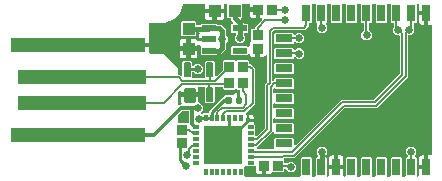
<source format=gbr>
G04 EAGLE Gerber RS-274X export*
G75*
%MOMM*%
%FSLAX34Y34*%
%LPD*%
%INTop Copper*%
%IPPOS*%
%AMOC8*
5,1,8,0,0,1.08239X$1,22.5*%
G01*
%ADD10R,0.300000X0.600000*%
%ADD11R,0.600000X0.300000*%
%ADD12R,3.300000X3.300000*%
%ADD13R,0.435000X0.435000*%
%ADD14R,1.200000X0.550000*%
%ADD15R,1.000000X1.100000*%
%ADD16R,1.100000X1.000000*%
%ADD17R,0.900000X0.850000*%
%ADD18R,0.711200X1.422400*%
%ADD19R,1.422400X0.711200*%
%ADD20C,0.247500*%
%ADD21C,0.147500*%
%ADD22R,0.850000X0.900000*%
%ADD23C,0.270000*%
%ADD24R,11.430000X1.270000*%
%ADD25R,10.800000X1.270000*%
%ADD26C,0.656400*%
%ADD27C,0.254000*%
%ADD28C,0.304800*%
%ADD29C,0.406400*%
%ADD30C,0.200000*%

G36*
X235104Y22930D02*
X235104Y22930D01*
X235169Y22929D01*
X235243Y22950D01*
X235320Y22961D01*
X235378Y22987D01*
X235440Y23004D01*
X235506Y23045D01*
X235577Y23077D01*
X235626Y23119D01*
X235680Y23152D01*
X235732Y23210D01*
X235791Y23260D01*
X235826Y23314D01*
X235869Y23362D01*
X235903Y23431D01*
X235946Y23496D01*
X235964Y23558D01*
X235992Y23615D01*
X236003Y23685D01*
X236028Y23766D01*
X236029Y23851D01*
X236040Y23920D01*
X236040Y32018D01*
X236636Y32614D01*
X251702Y32614D01*
X252297Y32018D01*
X252297Y27170D01*
X252302Y27138D01*
X252300Y27106D01*
X252322Y26999D01*
X252337Y26891D01*
X252351Y26861D01*
X252357Y26830D01*
X252409Y26733D01*
X252454Y26634D01*
X252474Y26609D01*
X252490Y26581D01*
X252566Y26503D01*
X252637Y26420D01*
X252664Y26402D01*
X252686Y26379D01*
X252781Y26325D01*
X252873Y26265D01*
X252904Y26256D01*
X252932Y26240D01*
X253038Y26215D01*
X253143Y26183D01*
X253175Y26182D01*
X253206Y26175D01*
X253316Y26180D01*
X253425Y26179D01*
X253456Y26188D01*
X253488Y26189D01*
X253591Y26225D01*
X253696Y26254D01*
X253724Y26271D01*
X253754Y26282D01*
X253827Y26335D01*
X253936Y26402D01*
X253969Y26438D01*
X254003Y26463D01*
X292557Y65017D01*
X319751Y65017D01*
X319846Y65030D01*
X319942Y65035D01*
X319985Y65050D01*
X320030Y65057D01*
X320117Y65096D01*
X320208Y65128D01*
X320243Y65153D01*
X320287Y65173D01*
X320384Y65256D01*
X320457Y65309D01*
X341691Y86543D01*
X341748Y86619D01*
X341813Y86691D01*
X341833Y86732D01*
X341860Y86768D01*
X341894Y86858D01*
X341936Y86945D01*
X341942Y86987D01*
X341959Y87032D01*
X341969Y87160D01*
X341983Y87249D01*
X341983Y118702D01*
X341975Y118763D01*
X341975Y118801D01*
X341975Y118803D01*
X341975Y118830D01*
X341954Y118905D01*
X341943Y118981D01*
X341917Y119040D01*
X341900Y119102D01*
X341859Y119168D01*
X341827Y119238D01*
X341785Y119287D01*
X341752Y119342D01*
X341694Y119394D01*
X341644Y119452D01*
X341590Y119488D01*
X341542Y119531D01*
X341473Y119564D01*
X341408Y119607D01*
X341346Y119626D01*
X341289Y119654D01*
X341219Y119665D01*
X341138Y119689D01*
X341053Y119690D01*
X340984Y119701D01*
X339219Y119701D01*
X336701Y122219D01*
X336701Y125784D01*
X336748Y125847D01*
X336813Y125918D01*
X336833Y125959D01*
X336860Y125996D01*
X336894Y126086D01*
X336936Y126172D01*
X336942Y126214D01*
X336959Y126259D01*
X336969Y126387D01*
X336983Y126477D01*
X336983Y129033D01*
X336974Y129097D01*
X336975Y129161D01*
X336954Y129236D01*
X336943Y129312D01*
X336917Y129371D01*
X336900Y129433D01*
X336859Y129499D01*
X336827Y129569D01*
X336785Y129618D01*
X336752Y129673D01*
X336694Y129725D01*
X336644Y129784D01*
X336590Y129819D01*
X336542Y129862D01*
X336473Y129896D01*
X336408Y129938D01*
X336346Y129957D01*
X336289Y129985D01*
X336219Y129996D01*
X336138Y130021D01*
X336053Y130022D01*
X335984Y130033D01*
X335182Y130033D01*
X334586Y130628D01*
X334586Y145238D01*
X334577Y145302D01*
X334578Y145366D01*
X334557Y145441D01*
X334546Y145517D01*
X334520Y145576D01*
X334503Y145638D01*
X334462Y145704D01*
X334430Y145774D01*
X334388Y145823D01*
X334354Y145878D01*
X334297Y145930D01*
X334247Y145988D01*
X334193Y146024D01*
X334145Y146067D01*
X334076Y146100D01*
X334011Y146143D01*
X333949Y146162D01*
X333891Y146190D01*
X333822Y146201D01*
X333741Y146225D01*
X333656Y146226D01*
X333587Y146237D01*
X332031Y146237D01*
X331967Y146228D01*
X331903Y146229D01*
X331828Y146208D01*
X331752Y146197D01*
X331693Y146171D01*
X331631Y146154D01*
X331565Y146113D01*
X331495Y146081D01*
X331446Y146039D01*
X331391Y146006D01*
X331339Y145948D01*
X331280Y145898D01*
X331245Y145844D01*
X331202Y145796D01*
X331168Y145727D01*
X331126Y145662D01*
X331107Y145600D01*
X331079Y145543D01*
X331068Y145473D01*
X331043Y145392D01*
X331042Y145307D01*
X331031Y145238D01*
X331031Y130628D01*
X330436Y130033D01*
X322482Y130033D01*
X321886Y130628D01*
X321886Y145238D01*
X321877Y145302D01*
X321878Y145366D01*
X321857Y145441D01*
X321846Y145517D01*
X321820Y145576D01*
X321803Y145638D01*
X321762Y145704D01*
X321730Y145774D01*
X321688Y145823D01*
X321654Y145878D01*
X321597Y145930D01*
X321547Y145988D01*
X321493Y146024D01*
X321445Y146067D01*
X321376Y146100D01*
X321311Y146143D01*
X321249Y146162D01*
X321191Y146190D01*
X321122Y146201D01*
X321041Y146225D01*
X320956Y146226D01*
X320887Y146237D01*
X319331Y146237D01*
X319267Y146228D01*
X319203Y146229D01*
X319128Y146208D01*
X319052Y146197D01*
X318993Y146171D01*
X318931Y146154D01*
X318865Y146113D01*
X318795Y146081D01*
X318746Y146039D01*
X318691Y146006D01*
X318639Y145948D01*
X318580Y145898D01*
X318545Y145844D01*
X318502Y145796D01*
X318468Y145727D01*
X318426Y145662D01*
X318407Y145600D01*
X318379Y145543D01*
X318368Y145473D01*
X318343Y145392D01*
X318342Y145307D01*
X318331Y145238D01*
X318331Y130628D01*
X317736Y130033D01*
X316775Y130033D01*
X316711Y130023D01*
X316647Y130024D01*
X316572Y130004D01*
X316496Y129993D01*
X316437Y129966D01*
X316375Y129949D01*
X316309Y129908D01*
X316239Y129876D01*
X316190Y129835D01*
X316135Y129801D01*
X316083Y129743D01*
X316024Y129693D01*
X315989Y129639D01*
X315946Y129592D01*
X315912Y129522D01*
X315870Y129457D01*
X315851Y129396D01*
X315823Y129338D01*
X315812Y129268D01*
X315787Y129187D01*
X315786Y129103D01*
X315775Y129033D01*
X315775Y124718D01*
X315789Y124623D01*
X315794Y124527D01*
X315809Y124484D01*
X315815Y124439D01*
X315855Y124351D01*
X315886Y124260D01*
X315912Y124226D01*
X315932Y124182D01*
X316015Y124084D01*
X316068Y124011D01*
X318299Y121781D01*
X318299Y118219D01*
X315781Y115701D01*
X312219Y115701D01*
X309701Y118219D01*
X309701Y121781D01*
X311449Y123529D01*
X311507Y123605D01*
X311571Y123677D01*
X311591Y123718D01*
X311619Y123754D01*
X311653Y123844D01*
X311694Y123931D01*
X311701Y123973D01*
X311718Y124018D01*
X311728Y124146D01*
X311742Y124235D01*
X311742Y129033D01*
X311733Y129097D01*
X311734Y129161D01*
X311713Y129236D01*
X311702Y129312D01*
X311676Y129371D01*
X311659Y129433D01*
X311618Y129499D01*
X311586Y129569D01*
X311544Y129618D01*
X311510Y129673D01*
X311453Y129725D01*
X311403Y129784D01*
X311349Y129819D01*
X311301Y129862D01*
X311232Y129896D01*
X311167Y129938D01*
X311105Y129957D01*
X311047Y129985D01*
X310978Y129996D01*
X310897Y130021D01*
X310812Y130022D01*
X310743Y130033D01*
X309782Y130033D01*
X309186Y130628D01*
X309186Y145238D01*
X309177Y145302D01*
X309178Y145366D01*
X309157Y145441D01*
X309146Y145517D01*
X309120Y145576D01*
X309103Y145638D01*
X309062Y145704D01*
X309030Y145774D01*
X308988Y145823D01*
X308954Y145878D01*
X308897Y145930D01*
X308847Y145988D01*
X308793Y146024D01*
X308745Y146067D01*
X308676Y146100D01*
X308611Y146143D01*
X308549Y146162D01*
X308491Y146190D01*
X308422Y146201D01*
X308341Y146225D01*
X308256Y146226D01*
X308187Y146237D01*
X306631Y146237D01*
X306567Y146228D01*
X306503Y146229D01*
X306428Y146208D01*
X306352Y146197D01*
X306293Y146171D01*
X306231Y146154D01*
X306165Y146113D01*
X306095Y146081D01*
X306046Y146039D01*
X305991Y146006D01*
X305939Y145948D01*
X305880Y145898D01*
X305845Y145844D01*
X305802Y145796D01*
X305768Y145727D01*
X305726Y145662D01*
X305707Y145600D01*
X305679Y145543D01*
X305668Y145473D01*
X305643Y145392D01*
X305642Y145307D01*
X305631Y145238D01*
X305631Y130628D01*
X305036Y130033D01*
X297082Y130033D01*
X296486Y130628D01*
X296486Y145238D01*
X296477Y145302D01*
X296478Y145366D01*
X296457Y145441D01*
X296446Y145517D01*
X296420Y145576D01*
X296403Y145638D01*
X296362Y145704D01*
X296330Y145774D01*
X296288Y145823D01*
X296254Y145878D01*
X296197Y145930D01*
X296147Y145988D01*
X296093Y146024D01*
X296045Y146067D01*
X295976Y146100D01*
X295911Y146143D01*
X295849Y146162D01*
X295791Y146190D01*
X295722Y146201D01*
X295641Y146225D01*
X295556Y146226D01*
X295487Y146237D01*
X293931Y146237D01*
X293867Y146228D01*
X293803Y146229D01*
X293728Y146208D01*
X293652Y146197D01*
X293593Y146171D01*
X293531Y146154D01*
X293465Y146113D01*
X293395Y146081D01*
X293346Y146039D01*
X293291Y146006D01*
X293239Y145948D01*
X293180Y145898D01*
X293145Y145844D01*
X293102Y145796D01*
X293068Y145727D01*
X293026Y145662D01*
X293007Y145600D01*
X292979Y145543D01*
X292968Y145473D01*
X292943Y145392D01*
X292942Y145307D01*
X292931Y145238D01*
X292931Y130628D01*
X292336Y130033D01*
X284382Y130033D01*
X283786Y130628D01*
X283786Y145238D01*
X283777Y145302D01*
X283778Y145366D01*
X283757Y145441D01*
X283746Y145517D01*
X283720Y145576D01*
X283703Y145638D01*
X283662Y145704D01*
X283630Y145774D01*
X283588Y145823D01*
X283554Y145878D01*
X283497Y145930D01*
X283447Y145988D01*
X283393Y146024D01*
X283345Y146067D01*
X283276Y146100D01*
X283211Y146143D01*
X283149Y146162D01*
X283091Y146190D01*
X283022Y146201D01*
X282941Y146225D01*
X282856Y146226D01*
X282787Y146237D01*
X281231Y146237D01*
X281167Y146228D01*
X281103Y146229D01*
X281028Y146208D01*
X280952Y146197D01*
X280893Y146171D01*
X280831Y146154D01*
X280765Y146113D01*
X280695Y146081D01*
X280646Y146039D01*
X280591Y146006D01*
X280539Y145948D01*
X280480Y145898D01*
X280445Y145844D01*
X280402Y145796D01*
X280368Y145727D01*
X280326Y145662D01*
X280307Y145600D01*
X280279Y145543D01*
X280268Y145473D01*
X280243Y145392D01*
X280242Y145307D01*
X280231Y145238D01*
X280231Y130628D01*
X279548Y129945D01*
X279509Y129893D01*
X279463Y129848D01*
X279425Y129781D01*
X279379Y129719D01*
X279356Y129659D01*
X279324Y129603D01*
X279306Y129528D01*
X279279Y129455D01*
X279274Y129391D01*
X279259Y129328D01*
X279263Y129251D01*
X279257Y129174D01*
X279270Y129111D01*
X279274Y129047D01*
X279299Y128974D01*
X279315Y128898D01*
X279345Y128841D01*
X279366Y128780D01*
X279408Y128724D01*
X279447Y128649D01*
X279507Y128588D01*
X279548Y128531D01*
X280299Y127781D01*
X280299Y124219D01*
X277781Y121701D01*
X274219Y121701D01*
X271701Y124219D01*
X271701Y127781D01*
X272247Y128327D01*
X272267Y128352D01*
X272291Y128373D01*
X272351Y128465D01*
X272417Y128552D01*
X272428Y128582D01*
X272446Y128609D01*
X272478Y128714D01*
X272516Y128816D01*
X272519Y128848D01*
X272528Y128879D01*
X272530Y128988D01*
X272538Y129097D01*
X272531Y129129D01*
X272532Y129161D01*
X272503Y129266D01*
X272480Y129373D01*
X272465Y129402D01*
X272457Y129433D01*
X272399Y129526D01*
X272348Y129622D01*
X272325Y129646D01*
X272308Y129673D01*
X272228Y129746D01*
X272151Y129824D01*
X272123Y129840D01*
X272099Y129862D01*
X272001Y129909D01*
X271906Y129963D01*
X271874Y129971D01*
X271845Y129985D01*
X271756Y129999D01*
X271703Y130012D01*
X271086Y130628D01*
X271086Y145238D01*
X271077Y145302D01*
X271078Y145366D01*
X271057Y145441D01*
X271046Y145517D01*
X271020Y145576D01*
X271003Y145638D01*
X270962Y145704D01*
X270930Y145774D01*
X270888Y145823D01*
X270854Y145878D01*
X270797Y145930D01*
X270747Y145988D01*
X270693Y146024D01*
X270645Y146067D01*
X270576Y146100D01*
X270511Y146143D01*
X270449Y146162D01*
X270391Y146190D01*
X270322Y146201D01*
X270241Y146225D01*
X270156Y146226D01*
X270087Y146237D01*
X268531Y146237D01*
X268467Y146228D01*
X268403Y146229D01*
X268328Y146208D01*
X268252Y146197D01*
X268193Y146171D01*
X268131Y146154D01*
X268065Y146113D01*
X267995Y146081D01*
X267946Y146039D01*
X267891Y146006D01*
X267839Y145948D01*
X267780Y145898D01*
X267745Y145844D01*
X267702Y145796D01*
X267668Y145727D01*
X267626Y145662D01*
X267607Y145600D01*
X267579Y145543D01*
X267568Y145473D01*
X267543Y145392D01*
X267542Y145307D01*
X267531Y145238D01*
X267531Y130628D01*
X266936Y130033D01*
X265975Y130033D01*
X265911Y130023D01*
X265847Y130024D01*
X265772Y130004D01*
X265696Y129993D01*
X265637Y129966D01*
X265575Y129949D01*
X265509Y129908D01*
X265439Y129876D01*
X265390Y129835D01*
X265335Y129801D01*
X265283Y129743D01*
X265224Y129693D01*
X265189Y129639D01*
X265146Y129592D01*
X265112Y129522D01*
X265070Y129457D01*
X265051Y129396D01*
X265023Y129338D01*
X265012Y129268D01*
X264987Y129187D01*
X264986Y129103D01*
X264975Y129033D01*
X264975Y127123D01*
X261835Y123983D01*
X236249Y123983D01*
X236154Y123970D01*
X236058Y123965D01*
X236015Y123950D01*
X235970Y123943D01*
X235883Y123904D01*
X235792Y123872D01*
X235757Y123847D01*
X235713Y123827D01*
X235616Y123744D01*
X235543Y123691D01*
X234309Y122457D01*
X234252Y122381D01*
X234187Y122309D01*
X234167Y122268D01*
X234140Y122232D01*
X234106Y122142D01*
X234064Y122055D01*
X234058Y122013D01*
X234041Y121968D01*
X234031Y121840D01*
X234017Y121751D01*
X234017Y81857D01*
X234026Y81794D01*
X234025Y81729D01*
X234046Y81655D01*
X234057Y81578D01*
X234083Y81520D01*
X234100Y81458D01*
X234141Y81392D01*
X234173Y81321D01*
X234215Y81272D01*
X234248Y81218D01*
X234306Y81166D01*
X234356Y81107D01*
X234410Y81072D01*
X234458Y81029D01*
X234527Y80995D01*
X234592Y80952D01*
X234654Y80934D01*
X234711Y80906D01*
X234781Y80895D01*
X234862Y80870D01*
X234947Y80869D01*
X235016Y80858D01*
X235041Y80858D01*
X235102Y80867D01*
X235144Y80866D01*
X235145Y80867D01*
X235169Y80866D01*
X235243Y80887D01*
X235320Y80898D01*
X235378Y80924D01*
X235440Y80941D01*
X235506Y80982D01*
X235577Y81014D01*
X235626Y81056D01*
X235680Y81090D01*
X235732Y81147D01*
X235791Y81197D01*
X235826Y81251D01*
X235869Y81299D01*
X235903Y81368D01*
X235946Y81433D01*
X235964Y81495D01*
X235992Y81553D01*
X236003Y81622D01*
X236028Y81703D01*
X236029Y81788D01*
X236040Y81857D01*
X236040Y82818D01*
X236636Y83414D01*
X251702Y83414D01*
X252297Y82818D01*
X252297Y74864D01*
X251702Y74269D01*
X236602Y74269D01*
X236600Y74269D01*
X236513Y74335D01*
X236483Y74346D01*
X236456Y74364D01*
X236351Y74396D01*
X236249Y74434D01*
X236217Y74437D01*
X236186Y74446D01*
X236077Y74448D01*
X235968Y74456D01*
X235936Y74450D01*
X235904Y74450D01*
X235799Y74421D01*
X235692Y74399D01*
X235663Y74383D01*
X235632Y74375D01*
X235539Y74317D01*
X235443Y74266D01*
X235420Y74244D01*
X235392Y74227D01*
X235319Y74146D01*
X235241Y74069D01*
X235225Y74041D01*
X235203Y74017D01*
X235156Y73919D01*
X235102Y73824D01*
X235094Y73793D01*
X235080Y73764D01*
X235066Y73674D01*
X235037Y73550D01*
X235039Y73501D01*
X235033Y73459D01*
X235033Y71523D01*
X235037Y71492D01*
X235035Y71459D01*
X235057Y71352D01*
X235073Y71244D01*
X235086Y71215D01*
X235092Y71183D01*
X235144Y71087D01*
X235189Y70987D01*
X235210Y70963D01*
X235225Y70934D01*
X235301Y70856D01*
X235372Y70773D01*
X235399Y70755D01*
X235422Y70732D01*
X235517Y70679D01*
X235608Y70619D01*
X235639Y70609D01*
X235667Y70593D01*
X235774Y70568D01*
X235878Y70536D01*
X235910Y70536D01*
X235942Y70528D01*
X236051Y70534D01*
X236160Y70532D01*
X236191Y70541D01*
X236223Y70543D01*
X236326Y70578D01*
X236432Y70608D01*
X236459Y70625D01*
X236490Y70635D01*
X236563Y70689D01*
X236604Y70714D01*
X251702Y70714D01*
X252297Y70118D01*
X252297Y62164D01*
X251702Y61569D01*
X236602Y61569D01*
X236600Y61569D01*
X236513Y61635D01*
X236483Y61646D01*
X236456Y61664D01*
X236351Y61696D01*
X236249Y61734D01*
X236217Y61737D01*
X236186Y61746D01*
X236077Y61748D01*
X235968Y61756D01*
X235936Y61750D01*
X235904Y61750D01*
X235799Y61721D01*
X235692Y61699D01*
X235663Y61683D01*
X235632Y61675D01*
X235539Y61617D01*
X235443Y61566D01*
X235420Y61544D01*
X235392Y61527D01*
X235319Y61446D01*
X235241Y61369D01*
X235225Y61341D01*
X235203Y61317D01*
X235156Y61219D01*
X235102Y61124D01*
X235094Y61093D01*
X235080Y61064D01*
X235066Y60974D01*
X235037Y60850D01*
X235039Y60801D01*
X235033Y60759D01*
X235033Y58823D01*
X235037Y58792D01*
X235035Y58759D01*
X235057Y58652D01*
X235073Y58544D01*
X235086Y58515D01*
X235092Y58483D01*
X235144Y58387D01*
X235189Y58287D01*
X235210Y58263D01*
X235225Y58234D01*
X235301Y58156D01*
X235372Y58073D01*
X235399Y58055D01*
X235422Y58032D01*
X235517Y57979D01*
X235608Y57919D01*
X235639Y57909D01*
X235667Y57893D01*
X235774Y57868D01*
X235878Y57836D01*
X235910Y57836D01*
X235942Y57828D01*
X236051Y57834D01*
X236160Y57832D01*
X236191Y57841D01*
X236223Y57843D01*
X236326Y57878D01*
X236432Y57908D01*
X236459Y57925D01*
X236490Y57935D01*
X236563Y57989D01*
X236604Y58014D01*
X251702Y58014D01*
X252297Y57418D01*
X252297Y49464D01*
X251702Y48869D01*
X236602Y48869D01*
X236600Y48869D01*
X236513Y48935D01*
X236483Y48946D01*
X236456Y48964D01*
X236351Y48996D01*
X236249Y49034D01*
X236217Y49037D01*
X236186Y49046D01*
X236077Y49048D01*
X235968Y49056D01*
X235936Y49050D01*
X235904Y49050D01*
X235799Y49021D01*
X235692Y48999D01*
X235663Y48983D01*
X235632Y48975D01*
X235539Y48917D01*
X235443Y48866D01*
X235420Y48844D01*
X235392Y48827D01*
X235319Y48746D01*
X235241Y48669D01*
X235225Y48641D01*
X235203Y48617D01*
X235156Y48519D01*
X235102Y48424D01*
X235094Y48393D01*
X235080Y48364D01*
X235066Y48274D01*
X235037Y48150D01*
X235039Y48101D01*
X235033Y48059D01*
X235033Y46123D01*
X235037Y46092D01*
X235035Y46059D01*
X235057Y45952D01*
X235073Y45844D01*
X235086Y45815D01*
X235092Y45783D01*
X235144Y45687D01*
X235189Y45587D01*
X235210Y45563D01*
X235225Y45534D01*
X235301Y45456D01*
X235372Y45373D01*
X235399Y45355D01*
X235422Y45332D01*
X235517Y45279D01*
X235608Y45219D01*
X235639Y45209D01*
X235667Y45193D01*
X235774Y45168D01*
X235878Y45136D01*
X235910Y45136D01*
X235942Y45128D01*
X236051Y45134D01*
X236160Y45132D01*
X236191Y45141D01*
X236223Y45143D01*
X236326Y45178D01*
X236432Y45208D01*
X236459Y45225D01*
X236490Y45235D01*
X236563Y45289D01*
X236604Y45314D01*
X251702Y45314D01*
X252297Y44718D01*
X252297Y36764D01*
X251702Y36169D01*
X236636Y36169D01*
X235988Y36816D01*
X235987Y36819D01*
X235980Y36850D01*
X235929Y36947D01*
X235884Y37046D01*
X235863Y37071D01*
X235848Y37099D01*
X235772Y37178D01*
X235701Y37261D01*
X235674Y37278D01*
X235651Y37301D01*
X235556Y37355D01*
X235465Y37415D01*
X235434Y37425D01*
X235406Y37440D01*
X235299Y37466D01*
X235195Y37498D01*
X235163Y37498D01*
X235131Y37505D01*
X235022Y37500D01*
X234913Y37501D01*
X234882Y37493D01*
X234850Y37491D01*
X234746Y37455D01*
X234641Y37426D01*
X234614Y37409D01*
X234583Y37399D01*
X234510Y37345D01*
X234401Y37278D01*
X234369Y37242D01*
X234334Y37217D01*
X221744Y24627D01*
X221725Y24601D01*
X221700Y24580D01*
X221640Y24488D01*
X221575Y24401D01*
X221563Y24371D01*
X221546Y24344D01*
X221514Y24239D01*
X221475Y24137D01*
X221473Y24105D01*
X221463Y24074D01*
X221462Y23965D01*
X221453Y23856D01*
X221460Y23824D01*
X221460Y23792D01*
X221489Y23687D01*
X221511Y23580D01*
X221526Y23551D01*
X221535Y23520D01*
X221592Y23427D01*
X221643Y23331D01*
X221666Y23308D01*
X221683Y23280D01*
X221764Y23207D01*
X221840Y23129D01*
X221868Y23113D01*
X221892Y23091D01*
X221990Y23044D01*
X222086Y22990D01*
X222117Y22982D01*
X222146Y22968D01*
X222235Y22954D01*
X222360Y22925D01*
X222409Y22927D01*
X222451Y22921D01*
X235041Y22921D01*
X235104Y22930D01*
G37*
G36*
X257450Y-228D02*
X257450Y-228D01*
X257515Y-229D01*
X257589Y-208D01*
X257666Y-197D01*
X257724Y-171D01*
X257786Y-154D01*
X257852Y-113D01*
X257923Y-81D01*
X257972Y-40D01*
X258026Y-6D01*
X258078Y52D01*
X258137Y102D01*
X258172Y156D01*
X258215Y204D01*
X258249Y273D01*
X258292Y338D01*
X258310Y400D01*
X258338Y457D01*
X258349Y527D01*
X258364Y574D01*
X258374Y608D01*
X258375Y693D01*
X258386Y762D01*
X258386Y15724D01*
X258982Y16320D01*
X266936Y16320D01*
X267531Y15724D01*
X267531Y762D01*
X267541Y698D01*
X267540Y634D01*
X267547Y608D01*
X267560Y559D01*
X267571Y483D01*
X267598Y424D01*
X267615Y362D01*
X267656Y296D01*
X267688Y226D01*
X267729Y177D01*
X267763Y122D01*
X267821Y70D01*
X267871Y12D01*
X267925Y-24D01*
X267972Y-67D01*
X268042Y-100D01*
X268107Y-143D01*
X268168Y-162D01*
X268226Y-190D01*
X268296Y-201D01*
X268377Y-225D01*
X268461Y-226D01*
X268531Y-237D01*
X270087Y-237D01*
X270150Y-228D01*
X270215Y-229D01*
X270289Y-208D01*
X270366Y-197D01*
X270424Y-171D01*
X270486Y-154D01*
X270552Y-113D01*
X270623Y-81D01*
X270672Y-40D01*
X270726Y-6D01*
X270778Y52D01*
X270837Y102D01*
X270872Y156D01*
X270915Y204D01*
X270949Y273D01*
X270992Y338D01*
X271010Y400D01*
X271038Y457D01*
X271049Y527D01*
X271064Y574D01*
X271074Y608D01*
X271075Y693D01*
X271086Y762D01*
X271086Y15724D01*
X271682Y16320D01*
X271952Y16320D01*
X272016Y16329D01*
X272080Y16328D01*
X272155Y16349D01*
X272231Y16360D01*
X272290Y16386D01*
X272352Y16403D01*
X272418Y16444D01*
X272488Y16476D01*
X272537Y16518D01*
X272592Y16552D01*
X272644Y16609D01*
X272702Y16659D01*
X272738Y16713D01*
X272781Y16761D01*
X272814Y16830D01*
X272857Y16895D01*
X272876Y16957D01*
X272904Y17015D01*
X272915Y17084D01*
X272939Y17165D01*
X272940Y17250D01*
X272951Y17319D01*
X272951Y17555D01*
X272938Y17650D01*
X272933Y17747D01*
X272918Y17790D01*
X272911Y17835D01*
X272872Y17922D01*
X272840Y18013D01*
X272815Y18047D01*
X272795Y18092D01*
X272712Y18189D01*
X272659Y18262D01*
X271701Y19219D01*
X271701Y22781D01*
X274219Y25299D01*
X277781Y25299D01*
X280299Y22781D01*
X280299Y19219D01*
X279341Y18262D01*
X279284Y18185D01*
X279219Y18114D01*
X279199Y18073D01*
X279172Y18036D01*
X279138Y17946D01*
X279096Y17860D01*
X279090Y17818D01*
X279073Y17773D01*
X279063Y17645D01*
X279049Y17555D01*
X279049Y17319D01*
X279058Y17256D01*
X279057Y17191D01*
X279068Y17152D01*
X279069Y17128D01*
X279081Y17094D01*
X279089Y17040D01*
X279115Y16982D01*
X279132Y16920D01*
X279153Y16885D01*
X279161Y16862D01*
X279182Y16834D01*
X279205Y16783D01*
X279247Y16734D01*
X279280Y16680D01*
X279322Y16642D01*
X279343Y16613D01*
X280231Y15724D01*
X280231Y762D01*
X280241Y698D01*
X280240Y634D01*
X280247Y608D01*
X280260Y559D01*
X280271Y483D01*
X280298Y424D01*
X280315Y362D01*
X280356Y296D01*
X280388Y226D01*
X280429Y177D01*
X280463Y122D01*
X280521Y70D01*
X280571Y12D01*
X280625Y-24D01*
X280672Y-67D01*
X280742Y-100D01*
X280807Y-143D01*
X280868Y-162D01*
X280926Y-190D01*
X280996Y-201D01*
X281077Y-225D01*
X281161Y-226D01*
X281231Y-237D01*
X281263Y-237D01*
X281324Y-229D01*
X281359Y-229D01*
X281360Y-229D01*
X281391Y-229D01*
X281465Y-208D01*
X281542Y-197D01*
X281600Y-171D01*
X281662Y-154D01*
X281728Y-113D01*
X281799Y-81D01*
X281848Y-40D01*
X281902Y-6D01*
X281954Y52D01*
X282013Y102D01*
X282048Y156D01*
X282091Y204D01*
X282125Y273D01*
X282168Y338D01*
X282186Y400D01*
X282214Y457D01*
X282225Y527D01*
X282240Y574D01*
X282250Y608D01*
X282251Y693D01*
X282262Y762D01*
X282262Y6414D01*
X287581Y6414D01*
X287644Y6423D01*
X287708Y6422D01*
X287783Y6443D01*
X287860Y6454D01*
X287918Y6480D01*
X287980Y6497D01*
X288046Y6538D01*
X288117Y6570D01*
X288165Y6612D01*
X288220Y6646D01*
X288272Y6703D01*
X288331Y6753D01*
X288357Y6793D01*
X288369Y6774D01*
X288427Y6722D01*
X288477Y6663D01*
X288531Y6628D01*
X288579Y6585D01*
X288648Y6551D01*
X288713Y6508D01*
X288775Y6490D01*
X288832Y6462D01*
X288902Y6451D01*
X288983Y6426D01*
X289068Y6425D01*
X289137Y6414D01*
X294455Y6414D01*
X294455Y762D01*
X294465Y698D01*
X294464Y634D01*
X294471Y608D01*
X294484Y559D01*
X294495Y483D01*
X294522Y424D01*
X294539Y362D01*
X294580Y296D01*
X294612Y226D01*
X294653Y177D01*
X294687Y122D01*
X294745Y70D01*
X294795Y12D01*
X294849Y-24D01*
X294896Y-67D01*
X294966Y-100D01*
X295031Y-143D01*
X295092Y-162D01*
X295150Y-190D01*
X295220Y-201D01*
X295301Y-225D01*
X295385Y-226D01*
X295455Y-237D01*
X295487Y-237D01*
X295548Y-229D01*
X295583Y-229D01*
X295584Y-229D01*
X295615Y-229D01*
X295689Y-208D01*
X295766Y-197D01*
X295824Y-171D01*
X295886Y-154D01*
X295952Y-113D01*
X296023Y-81D01*
X296072Y-40D01*
X296126Y-6D01*
X296178Y52D01*
X296237Y102D01*
X296272Y156D01*
X296315Y204D01*
X296349Y273D01*
X296392Y338D01*
X296410Y400D01*
X296438Y457D01*
X296449Y527D01*
X296464Y574D01*
X296474Y608D01*
X296475Y693D01*
X296486Y762D01*
X296486Y15724D01*
X297082Y16320D01*
X305036Y16320D01*
X305631Y15724D01*
X305631Y762D01*
X305641Y698D01*
X305640Y634D01*
X305647Y608D01*
X305660Y559D01*
X305671Y483D01*
X305698Y424D01*
X305715Y362D01*
X305756Y296D01*
X305788Y226D01*
X305829Y177D01*
X305863Y122D01*
X305921Y70D01*
X305971Y12D01*
X306025Y-24D01*
X306072Y-67D01*
X306142Y-100D01*
X306207Y-143D01*
X306268Y-162D01*
X306326Y-190D01*
X306396Y-201D01*
X306477Y-225D01*
X306561Y-226D01*
X306631Y-237D01*
X308187Y-237D01*
X308250Y-228D01*
X308315Y-229D01*
X308389Y-208D01*
X308466Y-197D01*
X308524Y-171D01*
X308586Y-154D01*
X308652Y-113D01*
X308723Y-81D01*
X308772Y-40D01*
X308826Y-6D01*
X308878Y52D01*
X308937Y102D01*
X308972Y156D01*
X309015Y204D01*
X309049Y273D01*
X309092Y338D01*
X309110Y400D01*
X309138Y457D01*
X309149Y527D01*
X309164Y574D01*
X309174Y608D01*
X309175Y693D01*
X309186Y762D01*
X309186Y15724D01*
X309782Y16320D01*
X317736Y16320D01*
X318331Y15724D01*
X318331Y762D01*
X318341Y698D01*
X318340Y634D01*
X318347Y608D01*
X318360Y559D01*
X318371Y483D01*
X318398Y424D01*
X318415Y362D01*
X318456Y296D01*
X318488Y226D01*
X318529Y177D01*
X318563Y122D01*
X318621Y70D01*
X318671Y12D01*
X318725Y-24D01*
X318772Y-67D01*
X318842Y-100D01*
X318907Y-143D01*
X318968Y-162D01*
X319026Y-190D01*
X319096Y-201D01*
X319177Y-225D01*
X319261Y-226D01*
X319331Y-237D01*
X320887Y-237D01*
X320950Y-228D01*
X321015Y-229D01*
X321089Y-208D01*
X321166Y-197D01*
X321224Y-171D01*
X321286Y-154D01*
X321352Y-113D01*
X321423Y-81D01*
X321472Y-40D01*
X321526Y-6D01*
X321578Y52D01*
X321637Y102D01*
X321672Y156D01*
X321715Y204D01*
X321749Y273D01*
X321792Y338D01*
X321810Y400D01*
X321838Y457D01*
X321849Y527D01*
X321864Y574D01*
X321874Y608D01*
X321875Y693D01*
X321886Y762D01*
X321886Y15724D01*
X322482Y16320D01*
X330436Y16320D01*
X331031Y15724D01*
X331031Y762D01*
X331041Y698D01*
X331040Y634D01*
X331047Y608D01*
X331060Y559D01*
X331071Y483D01*
X331098Y424D01*
X331115Y362D01*
X331156Y296D01*
X331188Y226D01*
X331229Y177D01*
X331263Y122D01*
X331321Y70D01*
X331371Y12D01*
X331425Y-24D01*
X331472Y-67D01*
X331542Y-100D01*
X331607Y-143D01*
X331668Y-162D01*
X331726Y-190D01*
X331796Y-201D01*
X331877Y-225D01*
X331961Y-226D01*
X332031Y-237D01*
X333587Y-237D01*
X333650Y-228D01*
X333715Y-229D01*
X333789Y-208D01*
X333866Y-197D01*
X333924Y-171D01*
X333986Y-154D01*
X334052Y-113D01*
X334123Y-81D01*
X334172Y-40D01*
X334226Y-6D01*
X334278Y52D01*
X334337Y102D01*
X334372Y156D01*
X334415Y204D01*
X334449Y273D01*
X334492Y338D01*
X334510Y400D01*
X334538Y457D01*
X334549Y527D01*
X334564Y574D01*
X334574Y608D01*
X334575Y693D01*
X334586Y762D01*
X334586Y15724D01*
X335182Y16320D01*
X343136Y16320D01*
X343731Y15724D01*
X343731Y762D01*
X343741Y698D01*
X343740Y634D01*
X343747Y608D01*
X343760Y559D01*
X343771Y483D01*
X343798Y424D01*
X343815Y362D01*
X343856Y296D01*
X343888Y226D01*
X343929Y177D01*
X343963Y122D01*
X344021Y70D01*
X344071Y12D01*
X344125Y-24D01*
X344172Y-67D01*
X344242Y-100D01*
X344307Y-143D01*
X344368Y-162D01*
X344426Y-190D01*
X344496Y-201D01*
X344577Y-225D01*
X344661Y-226D01*
X344731Y-237D01*
X346287Y-237D01*
X346350Y-228D01*
X346415Y-229D01*
X346489Y-208D01*
X346566Y-197D01*
X346624Y-171D01*
X346686Y-154D01*
X346752Y-113D01*
X346823Y-81D01*
X346872Y-40D01*
X346926Y-6D01*
X346978Y52D01*
X347037Y102D01*
X347072Y156D01*
X347115Y204D01*
X347149Y273D01*
X347192Y338D01*
X347210Y400D01*
X347238Y457D01*
X347249Y527D01*
X347264Y574D01*
X347274Y608D01*
X347275Y693D01*
X347286Y762D01*
X347286Y15724D01*
X347882Y16320D01*
X348188Y16320D01*
X348220Y16325D01*
X348252Y16322D01*
X348359Y16344D01*
X348468Y16360D01*
X348497Y16373D01*
X348528Y16380D01*
X348625Y16431D01*
X348724Y16476D01*
X348749Y16497D01*
X348777Y16512D01*
X348856Y16588D01*
X348939Y16659D01*
X348956Y16686D01*
X348979Y16709D01*
X349033Y16804D01*
X349093Y16895D01*
X349103Y16926D01*
X349119Y16954D01*
X349144Y17061D01*
X349176Y17165D01*
X349176Y17197D01*
X349183Y17229D01*
X349178Y17338D01*
X349179Y17447D01*
X349171Y17478D01*
X349169Y17510D01*
X349133Y17613D01*
X349104Y17719D01*
X349087Y17746D01*
X349077Y17777D01*
X349023Y17850D01*
X348956Y17959D01*
X348920Y17991D01*
X348895Y18026D01*
X347701Y19219D01*
X347701Y22781D01*
X350219Y25299D01*
X353781Y25299D01*
X356299Y22781D01*
X356299Y19219D01*
X355105Y18026D01*
X355086Y18000D01*
X355061Y17979D01*
X355001Y17887D01*
X354936Y17800D01*
X354925Y17770D01*
X354907Y17743D01*
X354875Y17638D01*
X354836Y17536D01*
X354834Y17504D01*
X354824Y17473D01*
X354823Y17364D01*
X354815Y17255D01*
X354821Y17224D01*
X354821Y17191D01*
X354850Y17086D01*
X354872Y16979D01*
X354887Y16951D01*
X354896Y16920D01*
X354953Y16827D01*
X355005Y16730D01*
X355027Y16707D01*
X355044Y16680D01*
X355125Y16606D01*
X355201Y16528D01*
X355229Y16512D01*
X355253Y16491D01*
X355352Y16443D01*
X355447Y16389D01*
X355478Y16382D01*
X355507Y16368D01*
X355596Y16354D01*
X355721Y16324D01*
X355770Y16327D01*
X355812Y16320D01*
X355836Y16320D01*
X356431Y15724D01*
X356431Y762D01*
X356441Y698D01*
X356440Y634D01*
X356447Y608D01*
X356460Y559D01*
X356471Y483D01*
X356498Y424D01*
X356515Y362D01*
X356556Y296D01*
X356588Y226D01*
X356629Y177D01*
X356663Y122D01*
X356721Y70D01*
X356771Y12D01*
X356825Y-24D01*
X356872Y-67D01*
X356942Y-100D01*
X357007Y-143D01*
X357068Y-162D01*
X357126Y-190D01*
X357196Y-201D01*
X357277Y-225D01*
X357361Y-226D01*
X357431Y-237D01*
X357463Y-237D01*
X357524Y-229D01*
X357559Y-229D01*
X357560Y-229D01*
X357591Y-229D01*
X357665Y-208D01*
X357742Y-197D01*
X357800Y-171D01*
X357862Y-154D01*
X357928Y-113D01*
X357999Y-81D01*
X358048Y-40D01*
X358102Y-6D01*
X358154Y52D01*
X358213Y102D01*
X358248Y156D01*
X358291Y204D01*
X358325Y273D01*
X358368Y338D01*
X358386Y400D01*
X358414Y457D01*
X358425Y527D01*
X358440Y574D01*
X358450Y608D01*
X358451Y693D01*
X358462Y762D01*
X358462Y6414D01*
X363781Y6414D01*
X363844Y6423D01*
X363908Y6422D01*
X363983Y6443D01*
X364060Y6454D01*
X364118Y6480D01*
X364180Y6497D01*
X364246Y6538D01*
X364317Y6570D01*
X364365Y6612D01*
X364420Y6646D01*
X364472Y6703D01*
X364531Y6753D01*
X364566Y6807D01*
X364609Y6855D01*
X364643Y6924D01*
X364685Y6989D01*
X364704Y7051D01*
X364732Y7109D01*
X364743Y7178D01*
X364768Y7259D01*
X364769Y7344D01*
X364780Y7413D01*
X364780Y7970D01*
X365337Y7970D01*
X365400Y7979D01*
X365465Y7978D01*
X365539Y7999D01*
X365616Y8010D01*
X365674Y8036D01*
X365736Y8054D01*
X365802Y8094D01*
X365873Y8126D01*
X365922Y8168D01*
X365976Y8202D01*
X366028Y8259D01*
X366087Y8310D01*
X366122Y8363D01*
X366165Y8411D01*
X366199Y8481D01*
X366242Y8546D01*
X366260Y8607D01*
X366288Y8665D01*
X366299Y8734D01*
X366324Y8815D01*
X366325Y8900D01*
X366336Y8969D01*
X366336Y17844D01*
X368238Y17844D01*
X368302Y17853D01*
X368366Y17852D01*
X368441Y17873D01*
X368517Y17884D01*
X368576Y17910D01*
X368638Y17927D01*
X368704Y17968D01*
X368774Y18000D01*
X368823Y18042D01*
X368878Y18076D01*
X368930Y18133D01*
X368988Y18183D01*
X369024Y18237D01*
X369067Y18285D01*
X369100Y18355D01*
X369143Y18419D01*
X369162Y18481D01*
X369190Y18539D01*
X369201Y18608D01*
X369225Y18689D01*
X369226Y18774D01*
X369237Y18843D01*
X369237Y127509D01*
X369228Y127573D01*
X369229Y127637D01*
X369208Y127712D01*
X369197Y127788D01*
X369171Y127847D01*
X369154Y127909D01*
X369113Y127975D01*
X369081Y128045D01*
X369040Y128094D01*
X369006Y128149D01*
X368948Y128201D01*
X368898Y128260D01*
X368844Y128295D01*
X368796Y128338D01*
X368727Y128372D01*
X368662Y128414D01*
X368600Y128433D01*
X368543Y128461D01*
X368473Y128472D01*
X368392Y128497D01*
X368307Y128498D01*
X368238Y128509D01*
X366336Y128509D01*
X366336Y137383D01*
X366327Y137447D01*
X366328Y137511D01*
X366307Y137586D01*
X366296Y137662D01*
X366270Y137721D01*
X366253Y137783D01*
X366212Y137849D01*
X366180Y137919D01*
X366138Y137968D01*
X366104Y138023D01*
X366047Y138075D01*
X365997Y138133D01*
X365943Y138169D01*
X365895Y138212D01*
X365826Y138245D01*
X365761Y138288D01*
X365699Y138307D01*
X365641Y138335D01*
X365572Y138346D01*
X365491Y138370D01*
X365406Y138371D01*
X365337Y138382D01*
X364780Y138382D01*
X364780Y138939D01*
X364771Y139003D01*
X364772Y139067D01*
X364751Y139142D01*
X364740Y139218D01*
X364714Y139277D01*
X364696Y139339D01*
X364656Y139405D01*
X364624Y139475D01*
X364582Y139524D01*
X364548Y139579D01*
X364491Y139631D01*
X364440Y139690D01*
X364387Y139725D01*
X364339Y139768D01*
X364269Y139802D01*
X364204Y139844D01*
X364143Y139863D01*
X364085Y139891D01*
X364016Y139902D01*
X363935Y139927D01*
X363850Y139928D01*
X363781Y139939D01*
X358462Y139939D01*
X358462Y145238D01*
X358453Y145302D01*
X358454Y145366D01*
X358433Y145441D01*
X358422Y145517D01*
X358396Y145576D01*
X358379Y145638D01*
X358338Y145704D01*
X358306Y145774D01*
X358264Y145823D01*
X358230Y145878D01*
X358173Y145930D01*
X358123Y145988D01*
X358069Y146024D01*
X358021Y146067D01*
X357951Y146100D01*
X357887Y146143D01*
X357825Y146162D01*
X357767Y146190D01*
X357698Y146201D01*
X357617Y146225D01*
X357532Y146226D01*
X357463Y146237D01*
X357431Y146237D01*
X357370Y146229D01*
X357335Y146229D01*
X357333Y146229D01*
X357303Y146229D01*
X357228Y146208D01*
X357152Y146197D01*
X357093Y146171D01*
X357031Y146154D01*
X356965Y146113D01*
X356895Y146081D01*
X356846Y146039D01*
X356791Y146006D01*
X356739Y145948D01*
X356680Y145898D01*
X356645Y145844D01*
X356602Y145796D01*
X356568Y145727D01*
X356526Y145662D01*
X356507Y145600D01*
X356479Y145543D01*
X356468Y145473D01*
X356443Y145392D01*
X356442Y145307D01*
X356431Y145238D01*
X356431Y130628D01*
X355836Y130033D01*
X355016Y130033D01*
X354952Y130023D01*
X354888Y130024D01*
X354813Y130004D01*
X354737Y129993D01*
X354678Y129966D01*
X354616Y129949D01*
X354550Y129908D01*
X354480Y129876D01*
X354431Y129835D01*
X354376Y129801D01*
X354324Y129743D01*
X354266Y129693D01*
X354230Y129639D01*
X354187Y129592D01*
X354154Y129522D01*
X354111Y129457D01*
X354092Y129396D01*
X354064Y129338D01*
X354053Y129268D01*
X354029Y129187D01*
X354028Y129103D01*
X354017Y129033D01*
X354017Y126476D01*
X354030Y126381D01*
X354035Y126285D01*
X354050Y126242D01*
X354057Y126197D01*
X354096Y126110D01*
X354128Y126019D01*
X354153Y125984D01*
X354173Y125940D01*
X354256Y125843D01*
X354299Y125785D01*
X354299Y122219D01*
X351781Y119701D01*
X350191Y119701D01*
X350127Y119692D01*
X350063Y119693D01*
X349988Y119672D01*
X349912Y119661D01*
X349853Y119635D01*
X349791Y119618D01*
X349725Y119577D01*
X349655Y119545D01*
X349606Y119503D01*
X349551Y119470D01*
X349499Y119412D01*
X349440Y119362D01*
X349405Y119308D01*
X349362Y119260D01*
X349328Y119191D01*
X349286Y119126D01*
X349267Y119064D01*
X349239Y119007D01*
X349228Y118937D01*
X349203Y118856D01*
X349202Y118771D01*
X349191Y118702D01*
X349191Y84074D01*
X323085Y57967D01*
X295990Y57967D01*
X295896Y57954D01*
X295799Y57949D01*
X295756Y57934D01*
X295711Y57927D01*
X295624Y57888D01*
X295533Y57856D01*
X295498Y57831D01*
X295454Y57811D01*
X295357Y57728D01*
X295284Y57675D01*
X253181Y15571D01*
X244729Y15571D01*
X244697Y15567D01*
X244665Y15569D01*
X244558Y15547D01*
X244450Y15532D01*
X244420Y15518D01*
X244389Y15512D01*
X244292Y15460D01*
X244193Y15415D01*
X244168Y15394D01*
X244140Y15379D01*
X244061Y15303D01*
X243978Y15232D01*
X243961Y15205D01*
X243938Y15182D01*
X243884Y15087D01*
X243824Y14996D01*
X243815Y14965D01*
X243799Y14937D01*
X243773Y14830D01*
X243742Y14726D01*
X243741Y14694D01*
X243734Y14663D01*
X243739Y14553D01*
X243738Y14444D01*
X243746Y14413D01*
X243748Y14381D01*
X243784Y14278D01*
X243813Y14172D01*
X243830Y14145D01*
X243841Y14114D01*
X243894Y14042D01*
X243961Y13932D01*
X243967Y13927D01*
X243967Y12016D01*
X243976Y11952D01*
X243975Y11888D01*
X243996Y11813D01*
X244007Y11737D01*
X244033Y11678D01*
X244050Y11616D01*
X244091Y11550D01*
X244123Y11480D01*
X244165Y11431D01*
X244198Y11376D01*
X244256Y11324D01*
X244306Y11266D01*
X244360Y11230D01*
X244408Y11187D01*
X244477Y11154D01*
X244542Y11111D01*
X244604Y11092D01*
X244661Y11064D01*
X244731Y11053D01*
X244812Y11029D01*
X244897Y11028D01*
X244966Y11017D01*
X246523Y11017D01*
X246618Y11030D01*
X246715Y11035D01*
X246758Y11050D01*
X246803Y11057D01*
X246890Y11096D01*
X246981Y11128D01*
X247015Y11153D01*
X247060Y11173D01*
X247157Y11256D01*
X247230Y11309D01*
X248219Y12299D01*
X251781Y12299D01*
X254299Y9781D01*
X254299Y6219D01*
X251781Y3701D01*
X248219Y3701D01*
X245673Y6248D01*
X245647Y6267D01*
X245626Y6292D01*
X245534Y6352D01*
X245447Y6417D01*
X245417Y6429D01*
X245390Y6446D01*
X245285Y6478D01*
X245183Y6517D01*
X245151Y6519D01*
X245120Y6529D01*
X245011Y6530D01*
X244902Y6539D01*
X244870Y6532D01*
X244838Y6533D01*
X244733Y6503D01*
X244626Y6481D01*
X244597Y6466D01*
X244566Y6457D01*
X244473Y6400D01*
X244377Y6349D01*
X244354Y6326D01*
X244326Y6309D01*
X244253Y6228D01*
X244175Y6152D01*
X244159Y6124D01*
X244137Y6100D01*
X244090Y6002D01*
X244036Y5907D01*
X244028Y5875D01*
X244014Y5846D01*
X244000Y5757D01*
X243971Y5632D01*
X243973Y5584D01*
X243967Y5542D01*
X243967Y4079D01*
X243371Y3483D01*
X234274Y3483D01*
X234189Y3471D01*
X234104Y3469D01*
X234050Y3451D01*
X233994Y3443D01*
X233917Y3408D01*
X233835Y3382D01*
X233789Y3350D01*
X233738Y3327D01*
X233673Y3272D01*
X233602Y3224D01*
X233569Y3183D01*
X233523Y3144D01*
X233462Y3050D01*
X233408Y2984D01*
X233383Y2940D01*
X232910Y2467D01*
X232331Y2132D01*
X231685Y1959D01*
X229099Y1959D01*
X229099Y8000D01*
X229090Y8064D01*
X229091Y8128D01*
X229070Y8202D01*
X229059Y8279D01*
X229033Y8338D01*
X229016Y8400D01*
X228975Y8466D01*
X228943Y8536D01*
X228901Y8585D01*
X228868Y8640D01*
X228810Y8691D01*
X228760Y8750D01*
X228706Y8786D01*
X228658Y8829D01*
X228589Y8862D01*
X228524Y8905D01*
X228462Y8924D01*
X228405Y8952D01*
X228335Y8962D01*
X228254Y8987D01*
X228169Y8988D01*
X228100Y8999D01*
X226100Y8999D01*
X226036Y8990D01*
X225972Y8991D01*
X225897Y8970D01*
X225821Y8959D01*
X225762Y8933D01*
X225700Y8916D01*
X225634Y8875D01*
X225564Y8843D01*
X225515Y8801D01*
X225460Y8768D01*
X225408Y8710D01*
X225350Y8660D01*
X225314Y8606D01*
X225271Y8558D01*
X225238Y8489D01*
X225195Y8424D01*
X225176Y8362D01*
X225148Y8304D01*
X225138Y8235D01*
X225113Y8154D01*
X225112Y8069D01*
X225101Y8000D01*
X225101Y1959D01*
X222515Y1959D01*
X221869Y2132D01*
X221290Y2467D01*
X220817Y2940D01*
X220482Y3519D01*
X220309Y4165D01*
X220309Y7888D01*
X220300Y7952D01*
X220301Y8016D01*
X220280Y8091D01*
X220269Y8167D01*
X220243Y8226D01*
X220226Y8288D01*
X220185Y8354D01*
X220153Y8424D01*
X220111Y8473D01*
X220078Y8528D01*
X220020Y8580D01*
X219970Y8638D01*
X219916Y8674D01*
X219868Y8717D01*
X219799Y8750D01*
X219734Y8793D01*
X219672Y8812D01*
X219615Y8840D01*
X219545Y8851D01*
X219464Y8875D01*
X219379Y8876D01*
X219310Y8887D01*
X212220Y8887D01*
X212135Y8875D01*
X212049Y8873D01*
X211996Y8855D01*
X211940Y8847D01*
X211863Y8812D01*
X211781Y8786D01*
X211735Y8754D01*
X211683Y8731D01*
X211619Y8676D01*
X211548Y8628D01*
X211515Y8587D01*
X211469Y8548D01*
X211408Y8454D01*
X211354Y8388D01*
X211329Y8344D01*
X210856Y7871D01*
X210812Y7846D01*
X210745Y7793D01*
X210672Y7748D01*
X210635Y7706D01*
X210590Y7672D01*
X210541Y7602D01*
X210483Y7539D01*
X210459Y7488D01*
X210426Y7443D01*
X210398Y7362D01*
X210360Y7285D01*
X210352Y7233D01*
X210332Y7177D01*
X210326Y7065D01*
X210313Y6980D01*
X210313Y762D01*
X210322Y698D01*
X210321Y634D01*
X210328Y608D01*
X210342Y559D01*
X210352Y483D01*
X210379Y424D01*
X210396Y362D01*
X210437Y296D01*
X210469Y226D01*
X210510Y177D01*
X210544Y122D01*
X210602Y70D01*
X210652Y12D01*
X210706Y-24D01*
X210754Y-67D01*
X210823Y-100D01*
X210888Y-143D01*
X210950Y-162D01*
X211007Y-190D01*
X211077Y-201D01*
X211158Y-225D01*
X211242Y-226D01*
X211312Y-237D01*
X257387Y-237D01*
X257450Y-228D01*
G37*
G36*
X220831Y34088D02*
X220831Y34088D01*
X220940Y34086D01*
X220971Y34095D01*
X221003Y34096D01*
X221106Y34132D01*
X221212Y34161D01*
X221239Y34178D01*
X221270Y34189D01*
X221343Y34242D01*
X221452Y34309D01*
X221484Y34345D01*
X221519Y34371D01*
X227691Y40543D01*
X227748Y40620D01*
X227813Y40691D01*
X227833Y40732D01*
X227860Y40768D01*
X227894Y40858D01*
X227936Y40945D01*
X227942Y40987D01*
X227959Y41032D01*
X227969Y41160D01*
X227983Y41249D01*
X227983Y78069D01*
X229457Y79543D01*
X229691Y79776D01*
X229748Y79853D01*
X229813Y79924D01*
X229833Y79965D01*
X229860Y80002D01*
X229894Y80092D01*
X229936Y80178D01*
X229942Y80220D01*
X229959Y80265D01*
X229969Y80393D01*
X229983Y80483D01*
X229983Y101428D01*
X229979Y101460D01*
X229981Y101492D01*
X229959Y101599D01*
X229943Y101707D01*
X229930Y101736D01*
X229924Y101768D01*
X229872Y101865D01*
X229827Y101964D01*
X229806Y101988D01*
X229791Y102017D01*
X229715Y102095D01*
X229644Y102178D01*
X229617Y102196D01*
X229594Y102219D01*
X229499Y102273D01*
X229408Y102333D01*
X229377Y102342D01*
X229349Y102358D01*
X229243Y102383D01*
X229138Y102415D01*
X229106Y102415D01*
X229074Y102423D01*
X228965Y102417D01*
X228856Y102419D01*
X228825Y102410D01*
X228793Y102409D01*
X228690Y102373D01*
X228584Y102344D01*
X228557Y102327D01*
X228526Y102316D01*
X228453Y102263D01*
X228344Y102195D01*
X228312Y102159D01*
X228277Y102134D01*
X228060Y101917D01*
X227481Y101582D01*
X226835Y101409D01*
X223999Y101409D01*
X223999Y107200D01*
X223990Y107264D01*
X223991Y107328D01*
X223970Y107402D01*
X223959Y107479D01*
X223933Y107538D01*
X223916Y107600D01*
X223875Y107666D01*
X223843Y107736D01*
X223801Y107785D01*
X223768Y107840D01*
X223710Y107891D01*
X223660Y107950D01*
X223606Y107986D01*
X223558Y108029D01*
X223489Y108062D01*
X223424Y108105D01*
X223362Y108124D01*
X223305Y108152D01*
X223235Y108162D01*
X223154Y108187D01*
X223069Y108188D01*
X223000Y108199D01*
X221000Y108199D01*
X220936Y108190D01*
X220872Y108191D01*
X220797Y108170D01*
X220721Y108159D01*
X220662Y108133D01*
X220600Y108116D01*
X220534Y108075D01*
X220464Y108043D01*
X220415Y108001D01*
X220360Y107968D01*
X220308Y107910D01*
X220250Y107860D01*
X220214Y107806D01*
X220171Y107758D01*
X220138Y107689D01*
X220095Y107624D01*
X220076Y107562D01*
X220048Y107504D01*
X220038Y107435D01*
X220013Y107354D01*
X220012Y107269D01*
X220001Y107200D01*
X220001Y101409D01*
X217165Y101409D01*
X216519Y101582D01*
X215940Y101917D01*
X215467Y102390D01*
X215081Y103059D01*
X215045Y103143D01*
X215017Y103177D01*
X214997Y103215D01*
X214929Y103285D01*
X214866Y103361D01*
X214830Y103386D01*
X214800Y103417D01*
X214715Y103465D01*
X214634Y103521D01*
X214593Y103534D01*
X214555Y103556D01*
X214459Y103578D01*
X214366Y103609D01*
X214323Y103611D01*
X214281Y103621D01*
X214182Y103616D01*
X214084Y103619D01*
X214042Y103609D01*
X213999Y103606D01*
X213906Y103574D01*
X213810Y103550D01*
X213773Y103528D01*
X213732Y103514D01*
X213664Y103464D01*
X213567Y103407D01*
X213526Y103363D01*
X213483Y103332D01*
X212891Y102740D01*
X200049Y102740D01*
X199453Y103335D01*
X199453Y109677D01*
X200049Y110273D01*
X212891Y110273D01*
X213253Y109910D01*
X213279Y109891D01*
X213300Y109867D01*
X213392Y109807D01*
X213479Y109741D01*
X213509Y109730D01*
X213536Y109712D01*
X213641Y109680D01*
X213743Y109642D01*
X213775Y109639D01*
X213806Y109630D01*
X213915Y109628D01*
X214024Y109620D01*
X214056Y109626D01*
X214088Y109626D01*
X214193Y109655D01*
X214300Y109677D01*
X214329Y109693D01*
X214360Y109701D01*
X214453Y109759D01*
X214549Y109810D01*
X214572Y109832D01*
X214600Y109849D01*
X214673Y109930D01*
X214751Y110007D01*
X214767Y110035D01*
X214789Y110059D01*
X214836Y110157D01*
X214890Y110252D01*
X214898Y110283D01*
X214912Y110312D01*
X214926Y110402D01*
X214955Y110526D01*
X214953Y110575D01*
X214959Y110617D01*
X214959Y112785D01*
X215132Y113431D01*
X215467Y114010D01*
X215940Y114483D01*
X215984Y114508D01*
X216051Y114561D01*
X216124Y114606D01*
X216161Y114648D01*
X216206Y114682D01*
X216255Y114752D01*
X216313Y114815D01*
X216337Y114866D01*
X216370Y114912D01*
X216398Y114992D01*
X216436Y115069D01*
X216444Y115121D01*
X216464Y115177D01*
X216470Y115289D01*
X216483Y115374D01*
X216483Y124471D01*
X217079Y125067D01*
X218984Y125067D01*
X219048Y125076D01*
X219112Y125075D01*
X219187Y125096D01*
X219263Y125107D01*
X219322Y125133D01*
X219384Y125150D01*
X219450Y125191D01*
X219520Y125223D01*
X219569Y125265D01*
X219624Y125298D01*
X219676Y125356D01*
X219734Y125406D01*
X219770Y125460D01*
X219813Y125508D01*
X219846Y125577D01*
X219889Y125642D01*
X219908Y125704D01*
X219936Y125761D01*
X219947Y125831D01*
X219971Y125912D01*
X219972Y125997D01*
X219983Y126066D01*
X219983Y126835D01*
X225401Y132253D01*
X225421Y132279D01*
X225445Y132300D01*
X225505Y132392D01*
X225571Y132479D01*
X225582Y132509D01*
X225600Y132536D01*
X225632Y132641D01*
X225670Y132743D01*
X225673Y132775D01*
X225682Y132806D01*
X225684Y132915D01*
X225692Y133024D01*
X225685Y133056D01*
X225686Y133088D01*
X225657Y133193D01*
X225634Y133300D01*
X225619Y133329D01*
X225611Y133360D01*
X225553Y133453D01*
X225502Y133549D01*
X225479Y133572D01*
X225462Y133600D01*
X225381Y133673D01*
X225305Y133751D01*
X225277Y133767D01*
X225253Y133789D01*
X225155Y133836D01*
X225060Y133890D01*
X225028Y133898D01*
X224999Y133912D01*
X224910Y133926D01*
X224785Y133955D01*
X224737Y133953D01*
X224695Y133959D01*
X224199Y133959D01*
X224199Y140000D01*
X224190Y140064D01*
X224191Y140128D01*
X224170Y140202D01*
X224159Y140279D01*
X224133Y140338D01*
X224116Y140400D01*
X224075Y140466D01*
X224043Y140536D01*
X224001Y140585D01*
X223968Y140640D01*
X223910Y140691D01*
X223860Y140750D01*
X223806Y140786D01*
X223758Y140829D01*
X223689Y140862D01*
X223624Y140905D01*
X223562Y140924D01*
X223505Y140952D01*
X223435Y140962D01*
X223354Y140987D01*
X223269Y140988D01*
X223200Y140999D01*
X222199Y140999D01*
X222199Y142000D01*
X222190Y142064D01*
X222191Y142128D01*
X222170Y142203D01*
X222159Y142279D01*
X222133Y142338D01*
X222116Y142400D01*
X222075Y142466D01*
X222043Y142536D01*
X222001Y142585D01*
X221968Y142640D01*
X221910Y142692D01*
X221860Y142750D01*
X221806Y142786D01*
X221758Y142829D01*
X221689Y142862D01*
X221624Y142905D01*
X221562Y142924D01*
X221504Y142952D01*
X221435Y142962D01*
X221354Y142987D01*
X221269Y142988D01*
X221200Y142999D01*
X215409Y142999D01*
X215409Y145238D01*
X215400Y145302D01*
X215401Y145366D01*
X215380Y145441D01*
X215369Y145517D01*
X215343Y145576D01*
X215326Y145638D01*
X215285Y145704D01*
X215253Y145774D01*
X215211Y145823D01*
X215178Y145878D01*
X215120Y145930D01*
X215070Y145988D01*
X215016Y146024D01*
X214968Y146067D01*
X214899Y146100D01*
X214834Y146143D01*
X214772Y146162D01*
X214715Y146190D01*
X214645Y146201D01*
X214564Y146225D01*
X214479Y146226D01*
X214410Y146237D01*
X209822Y146237D01*
X209759Y146228D01*
X209694Y146229D01*
X209620Y146208D01*
X209543Y146197D01*
X209485Y146171D01*
X209423Y146154D01*
X209357Y146113D01*
X209286Y146081D01*
X209237Y146039D01*
X209183Y146006D01*
X209131Y145948D01*
X209072Y145898D01*
X209037Y145844D01*
X208994Y145796D01*
X208960Y145727D01*
X208917Y145662D01*
X208899Y145600D01*
X208871Y145543D01*
X208860Y145473D01*
X208835Y145392D01*
X208834Y145307D01*
X208823Y145238D01*
X208823Y134523D01*
X208013Y133712D01*
X207974Y133661D01*
X207928Y133616D01*
X207890Y133549D01*
X207843Y133487D01*
X207821Y133426D01*
X207789Y133371D01*
X207771Y133295D01*
X207744Y133223D01*
X207739Y133159D01*
X207724Y133096D01*
X207728Y133019D01*
X207722Y132942D01*
X207735Y132879D01*
X207738Y132814D01*
X207764Y132741D01*
X207780Y132665D01*
X207810Y132609D01*
X207831Y132548D01*
X207872Y132491D01*
X207912Y132416D01*
X207971Y132356D01*
X208013Y132299D01*
X209518Y130793D01*
X209518Y130272D01*
X209528Y130209D01*
X209527Y130144D01*
X209547Y130070D01*
X209558Y129993D01*
X209585Y129935D01*
X209602Y129873D01*
X209643Y129807D01*
X209675Y129736D01*
X209716Y129687D01*
X209750Y129633D01*
X209808Y129581D01*
X209858Y129522D01*
X209912Y129487D01*
X209959Y129444D01*
X210029Y129410D01*
X210094Y129367D01*
X210155Y129349D01*
X210213Y129321D01*
X210283Y129310D01*
X210364Y129285D01*
X210448Y129284D01*
X210518Y129273D01*
X212891Y129273D01*
X213486Y128677D01*
X213486Y122335D01*
X212891Y121740D01*
X211048Y121740D01*
X210984Y121730D01*
X210920Y121731D01*
X210845Y121711D01*
X210769Y121700D01*
X210710Y121673D01*
X210648Y121656D01*
X210582Y121615D01*
X210512Y121583D01*
X210463Y121542D01*
X210408Y121508D01*
X210356Y121450D01*
X210298Y121400D01*
X210262Y121346D01*
X210219Y121299D01*
X210186Y121229D01*
X210143Y121164D01*
X210124Y121103D01*
X210096Y121045D01*
X210085Y120975D01*
X210061Y120894D01*
X210060Y120810D01*
X210049Y120740D01*
X210049Y120445D01*
X210062Y120350D01*
X210067Y120253D01*
X210082Y120210D01*
X210089Y120165D01*
X210128Y120078D01*
X210160Y119987D01*
X210185Y119953D01*
X210205Y119908D01*
X210288Y119811D01*
X210341Y119738D01*
X211299Y118781D01*
X211299Y115219D01*
X208781Y112701D01*
X205219Y112701D01*
X202701Y115219D01*
X202701Y118781D01*
X203659Y119738D01*
X203716Y119815D01*
X203781Y119886D01*
X203801Y119927D01*
X203828Y119964D01*
X203862Y120054D01*
X203904Y120140D01*
X203910Y120182D01*
X203927Y120227D01*
X203937Y120355D01*
X203951Y120445D01*
X203951Y120740D01*
X203943Y120798D01*
X203943Y120800D01*
X203942Y120802D01*
X203942Y120804D01*
X203943Y120868D01*
X203922Y120943D01*
X203911Y121019D01*
X203885Y121078D01*
X203868Y121140D01*
X203827Y121206D01*
X203795Y121276D01*
X203753Y121325D01*
X203720Y121380D01*
X203662Y121432D01*
X203612Y121491D01*
X203558Y121526D01*
X203510Y121569D01*
X203441Y121603D01*
X203376Y121645D01*
X203314Y121664D01*
X203257Y121692D01*
X203187Y121703D01*
X203106Y121728D01*
X203021Y121729D01*
X202952Y121740D01*
X200049Y121740D01*
X199453Y122335D01*
X199453Y128677D01*
X200052Y129276D01*
X200067Y129275D01*
X200174Y129297D01*
X200282Y129313D01*
X200312Y129326D01*
X200343Y129333D01*
X200440Y129384D01*
X200539Y129429D01*
X200564Y129450D01*
X200592Y129465D01*
X200670Y129541D01*
X200754Y129612D01*
X200771Y129639D01*
X200794Y129662D01*
X200848Y129757D01*
X200908Y129848D01*
X200917Y129879D01*
X200933Y129907D01*
X200958Y130014D01*
X200990Y130118D01*
X200991Y130150D01*
X200998Y130182D01*
X200993Y130291D01*
X200994Y130400D01*
X200986Y130431D01*
X200984Y130463D01*
X200948Y130566D01*
X200919Y130672D01*
X200902Y130699D01*
X200891Y130730D01*
X200838Y130803D01*
X200771Y130912D01*
X200735Y130944D01*
X200710Y130979D01*
X199258Y132431D01*
X199258Y132928D01*
X199248Y132991D01*
X199249Y133056D01*
X199229Y133130D01*
X199218Y133207D01*
X199191Y133265D01*
X199174Y133327D01*
X199133Y133393D01*
X199101Y133464D01*
X199060Y133513D01*
X199026Y133567D01*
X198968Y133619D01*
X198918Y133678D01*
X198864Y133713D01*
X198817Y133756D01*
X198747Y133790D01*
X198682Y133833D01*
X198621Y133851D01*
X198563Y133879D01*
X198493Y133890D01*
X198412Y133915D01*
X198328Y133916D01*
X198258Y133927D01*
X196385Y133927D01*
X195790Y134523D01*
X195790Y145238D01*
X195780Y145302D01*
X195781Y145366D01*
X195761Y145441D01*
X195750Y145517D01*
X195723Y145576D01*
X195706Y145638D01*
X195665Y145704D01*
X195633Y145774D01*
X195592Y145823D01*
X195558Y145878D01*
X195500Y145930D01*
X195450Y145988D01*
X195396Y146024D01*
X195349Y146067D01*
X195279Y146100D01*
X195214Y146143D01*
X195153Y146162D01*
X195095Y146190D01*
X195025Y146201D01*
X194944Y146225D01*
X194860Y146226D01*
X194790Y146237D01*
X194346Y146237D01*
X194283Y146228D01*
X194218Y146229D01*
X194144Y146208D01*
X194067Y146197D01*
X194009Y146171D01*
X193947Y146154D01*
X193881Y146113D01*
X193810Y146081D01*
X193761Y146039D01*
X193707Y146006D01*
X193655Y145948D01*
X193596Y145898D01*
X193561Y145844D01*
X193518Y145796D01*
X193484Y145727D01*
X193441Y145662D01*
X193423Y145600D01*
X193395Y145543D01*
X193384Y145473D01*
X193359Y145392D01*
X193358Y145307D01*
X193347Y145238D01*
X193347Y141943D01*
X186306Y141943D01*
X186243Y141934D01*
X186178Y141935D01*
X186104Y141914D01*
X186027Y141903D01*
X185969Y141877D01*
X185907Y141860D01*
X185841Y141819D01*
X185770Y141787D01*
X185721Y141745D01*
X185667Y141711D01*
X185615Y141654D01*
X185556Y141603D01*
X185521Y141550D01*
X185478Y141502D01*
X185444Y141432D01*
X185401Y141368D01*
X185383Y141306D01*
X185355Y141248D01*
X185344Y141179D01*
X185319Y141098D01*
X185318Y141013D01*
X185307Y140944D01*
X185307Y139943D01*
X185305Y139943D01*
X185305Y140944D01*
X185296Y141007D01*
X185297Y141072D01*
X185277Y141146D01*
X185266Y141223D01*
X185239Y141281D01*
X185222Y141343D01*
X185181Y141409D01*
X185149Y141480D01*
X185108Y141529D01*
X185074Y141583D01*
X185016Y141635D01*
X184966Y141694D01*
X184912Y141729D01*
X184865Y141772D01*
X184795Y141806D01*
X184730Y141849D01*
X184668Y141867D01*
X184611Y141895D01*
X184541Y141906D01*
X184460Y141931D01*
X184376Y141932D01*
X184306Y141943D01*
X177266Y141943D01*
X177266Y145238D01*
X177256Y145302D01*
X177257Y145366D01*
X177237Y145441D01*
X177226Y145517D01*
X177199Y145576D01*
X177182Y145638D01*
X177141Y145704D01*
X177109Y145774D01*
X177068Y145823D01*
X177034Y145878D01*
X176976Y145930D01*
X176926Y145988D01*
X176872Y146024D01*
X176825Y146067D01*
X176755Y146100D01*
X176690Y146143D01*
X176629Y146162D01*
X176571Y146190D01*
X176501Y146201D01*
X176420Y146225D01*
X176336Y146226D01*
X176266Y146237D01*
X159762Y146237D01*
X159698Y146228D01*
X159634Y146229D01*
X159559Y146208D01*
X159483Y146197D01*
X159424Y146171D01*
X159362Y146154D01*
X159296Y146113D01*
X159226Y146081D01*
X159177Y146039D01*
X159122Y146006D01*
X159070Y145948D01*
X159012Y145898D01*
X158976Y145844D01*
X158933Y145796D01*
X158900Y145727D01*
X158857Y145662D01*
X158838Y145600D01*
X158810Y145543D01*
X158799Y145473D01*
X158775Y145392D01*
X158774Y145307D01*
X158770Y145286D01*
X155906Y138372D01*
X150628Y133094D01*
X143732Y130237D01*
X131000Y130237D01*
X130936Y130228D01*
X130872Y130229D01*
X130797Y130208D01*
X130721Y130197D01*
X130662Y130171D01*
X130600Y130154D01*
X130534Y130113D01*
X130464Y130081D01*
X130415Y130039D01*
X130360Y130006D01*
X130308Y129948D01*
X130250Y129898D01*
X130214Y129844D01*
X130171Y129796D01*
X130138Y129727D01*
X130095Y129662D01*
X130076Y129600D01*
X130048Y129543D01*
X130037Y129473D01*
X130013Y129392D01*
X130012Y129307D01*
X130001Y129238D01*
X130001Y105000D01*
X130010Y104936D01*
X130009Y104872D01*
X130030Y104797D01*
X130041Y104721D01*
X130067Y104662D01*
X130084Y104600D01*
X130125Y104534D01*
X130157Y104464D01*
X130199Y104415D01*
X130232Y104360D01*
X130290Y104308D01*
X130340Y104250D01*
X130394Y104214D01*
X130442Y104171D01*
X130511Y104138D01*
X130576Y104095D01*
X130638Y104076D01*
X130695Y104048D01*
X130765Y104037D01*
X130846Y104013D01*
X130931Y104012D01*
X131000Y104001D01*
X141586Y104001D01*
X154001Y91586D01*
X154001Y86786D01*
X154010Y86722D01*
X154009Y86658D01*
X154030Y86583D01*
X154041Y86507D01*
X154067Y86448D01*
X154084Y86386D01*
X154125Y86320D01*
X154157Y86250D01*
X154199Y86201D01*
X154232Y86146D01*
X154290Y86094D01*
X154340Y86036D01*
X154394Y86000D01*
X154442Y85957D01*
X154511Y85924D01*
X154576Y85881D01*
X154638Y85862D01*
X154695Y85834D01*
X154765Y85823D01*
X154846Y85799D01*
X154931Y85798D01*
X155000Y85787D01*
X156065Y85787D01*
X156477Y85375D01*
X156503Y85355D01*
X156524Y85331D01*
X156616Y85271D01*
X156703Y85205D01*
X156733Y85194D01*
X156760Y85176D01*
X156865Y85144D01*
X156967Y85106D01*
X156999Y85103D01*
X157030Y85094D01*
X157139Y85092D01*
X157248Y85084D01*
X157280Y85091D01*
X157312Y85090D01*
X157417Y85119D01*
X157524Y85142D01*
X157553Y85157D01*
X157584Y85165D01*
X157677Y85223D01*
X157773Y85274D01*
X157796Y85297D01*
X157824Y85314D01*
X157897Y85395D01*
X157975Y85471D01*
X157991Y85499D01*
X158013Y85523D01*
X158060Y85621D01*
X158114Y85716D01*
X158122Y85748D01*
X158136Y85777D01*
X158150Y85866D01*
X158179Y85991D01*
X158177Y86039D01*
X158183Y86081D01*
X158183Y96489D01*
X159211Y97517D01*
X165089Y97517D01*
X166117Y96489D01*
X166117Y94608D01*
X166121Y94577D01*
X166119Y94544D01*
X166141Y94437D01*
X166157Y94329D01*
X166170Y94300D01*
X166176Y94268D01*
X166228Y94172D01*
X166273Y94072D01*
X166294Y94048D01*
X166309Y94019D01*
X166385Y93941D01*
X166456Y93858D01*
X166483Y93840D01*
X166506Y93817D01*
X166601Y93763D01*
X166692Y93704D01*
X166723Y93694D01*
X166751Y93678D01*
X166857Y93653D01*
X166962Y93621D01*
X166994Y93621D01*
X167025Y93613D01*
X167135Y93619D01*
X167244Y93617D01*
X167275Y93626D01*
X167307Y93628D01*
X167410Y93663D01*
X167516Y93693D01*
X167543Y93710D01*
X167574Y93720D01*
X167647Y93773D01*
X167756Y93841D01*
X167788Y93877D01*
X167823Y93902D01*
X169219Y95299D01*
X172781Y95299D01*
X175299Y92781D01*
X175299Y89219D01*
X172781Y86701D01*
X169219Y86701D01*
X167823Y88098D01*
X167797Y88117D01*
X167776Y88142D01*
X167684Y88202D01*
X167597Y88267D01*
X167567Y88279D01*
X167540Y88296D01*
X167435Y88328D01*
X167333Y88367D01*
X167301Y88369D01*
X167270Y88379D01*
X167161Y88380D01*
X167052Y88389D01*
X167020Y88382D01*
X166988Y88383D01*
X166883Y88353D01*
X166776Y88331D01*
X166747Y88316D01*
X166716Y88307D01*
X166623Y88250D01*
X166527Y88199D01*
X166504Y88176D01*
X166476Y88159D01*
X166403Y88078D01*
X166325Y88002D01*
X166309Y87974D01*
X166287Y87950D01*
X166240Y87852D01*
X166186Y87757D01*
X166178Y87725D01*
X166164Y87696D01*
X166150Y87607D01*
X166121Y87482D01*
X166123Y87434D01*
X166117Y87392D01*
X166117Y84016D01*
X166126Y83952D01*
X166125Y83888D01*
X166146Y83813D01*
X166157Y83737D01*
X166183Y83678D01*
X166200Y83616D01*
X166241Y83550D01*
X166273Y83480D01*
X166315Y83431D01*
X166348Y83376D01*
X166406Y83324D01*
X166456Y83266D01*
X166510Y83230D01*
X166558Y83187D01*
X166627Y83154D01*
X166692Y83111D01*
X166754Y83092D01*
X166811Y83064D01*
X166881Y83053D01*
X166962Y83029D01*
X167047Y83028D01*
X167116Y83017D01*
X176384Y83017D01*
X176448Y83026D01*
X176512Y83025D01*
X176587Y83046D01*
X176663Y83057D01*
X176722Y83083D01*
X176784Y83100D01*
X176850Y83141D01*
X176920Y83173D01*
X176969Y83215D01*
X177024Y83248D01*
X177076Y83306D01*
X177134Y83356D01*
X177170Y83410D01*
X177213Y83458D01*
X177246Y83527D01*
X177289Y83592D01*
X177308Y83654D01*
X177336Y83711D01*
X177347Y83781D01*
X177371Y83862D01*
X177372Y83947D01*
X177383Y84016D01*
X177383Y96489D01*
X178411Y97517D01*
X184289Y97517D01*
X185317Y96489D01*
X185317Y85681D01*
X185321Y85649D01*
X185319Y85617D01*
X185325Y85587D01*
X185325Y85570D01*
X185340Y85517D01*
X185341Y85510D01*
X185357Y85402D01*
X185370Y85373D01*
X185376Y85341D01*
X185428Y85244D01*
X185473Y85145D01*
X185494Y85121D01*
X185509Y85092D01*
X185585Y85014D01*
X185656Y84931D01*
X185683Y84913D01*
X185706Y84890D01*
X185801Y84836D01*
X185892Y84776D01*
X185923Y84767D01*
X185951Y84751D01*
X186058Y84726D01*
X186162Y84694D01*
X186194Y84693D01*
X186225Y84686D01*
X186335Y84692D01*
X186444Y84690D01*
X186475Y84699D01*
X186507Y84700D01*
X186610Y84736D01*
X186716Y84765D01*
X186743Y84782D01*
X186774Y84793D01*
X186842Y84843D01*
X186869Y84855D01*
X186891Y84873D01*
X186956Y84914D01*
X186988Y84950D01*
X187023Y84975D01*
X192141Y90093D01*
X192198Y90169D01*
X192263Y90241D01*
X192283Y90282D01*
X192310Y90318D01*
X192344Y90408D01*
X192386Y90495D01*
X192392Y90537D01*
X192409Y90582D01*
X192419Y90710D01*
X192433Y90799D01*
X192433Y97721D01*
X193029Y98317D01*
X202371Y98317D01*
X202793Y97894D01*
X202845Y97856D01*
X202890Y97810D01*
X202957Y97772D01*
X203019Y97725D01*
X203079Y97702D01*
X203135Y97671D01*
X203210Y97653D01*
X203283Y97626D01*
X203347Y97621D01*
X203410Y97606D01*
X203487Y97610D01*
X203564Y97604D01*
X203627Y97617D01*
X203691Y97620D01*
X203764Y97646D01*
X203840Y97661D01*
X203897Y97692D01*
X203958Y97713D01*
X204014Y97754D01*
X204089Y97794D01*
X204150Y97853D01*
X204207Y97894D01*
X204629Y98317D01*
X213971Y98317D01*
X214567Y97721D01*
X214567Y95816D01*
X214576Y95752D01*
X214575Y95688D01*
X214596Y95613D01*
X214607Y95537D01*
X214633Y95478D01*
X214650Y95416D01*
X214691Y95350D01*
X214723Y95280D01*
X214765Y95231D01*
X214798Y95176D01*
X214856Y95124D01*
X214906Y95066D01*
X214960Y95030D01*
X215008Y94987D01*
X215077Y94954D01*
X215142Y94911D01*
X215204Y94892D01*
X215261Y94864D01*
X215331Y94853D01*
X215412Y94829D01*
X215497Y94828D01*
X215566Y94817D01*
X216235Y94817D01*
X219615Y91437D01*
X219615Y61370D01*
X218141Y59896D01*
X212095Y53851D01*
X212076Y53825D01*
X212051Y53804D01*
X211991Y53712D01*
X211926Y53625D01*
X211915Y53595D01*
X211897Y53568D01*
X211865Y53463D01*
X211826Y53361D01*
X211824Y53329D01*
X211815Y53298D01*
X211813Y53189D01*
X211805Y53080D01*
X211811Y53048D01*
X211811Y53016D01*
X211840Y52911D01*
X211862Y52804D01*
X211877Y52775D01*
X211886Y52744D01*
X211943Y52651D01*
X211995Y52555D01*
X212017Y52532D01*
X212034Y52504D01*
X212115Y52431D01*
X212191Y52353D01*
X212219Y52337D01*
X212243Y52315D01*
X212342Y52268D01*
X212437Y52214D01*
X212468Y52206D01*
X212497Y52192D01*
X212586Y52178D01*
X212711Y52149D01*
X212734Y52150D01*
X212734Y47517D01*
X212743Y47453D01*
X212742Y47389D01*
X212763Y47314D01*
X212774Y47238D01*
X212800Y47179D01*
X212818Y47117D01*
X212858Y47051D01*
X212890Y46981D01*
X212932Y46932D01*
X212966Y46877D01*
X213023Y46825D01*
X213074Y46766D01*
X213120Y46736D01*
X213141Y46702D01*
X213198Y46650D01*
X213249Y46591D01*
X213303Y46556D01*
X213350Y46513D01*
X213420Y46479D01*
X213485Y46437D01*
X213546Y46418D01*
X213604Y46390D01*
X213673Y46379D01*
X213755Y46354D01*
X213839Y46353D01*
X213909Y46342D01*
X218537Y46342D01*
X218537Y44920D01*
X218546Y44856D01*
X218545Y44792D01*
X218566Y44717D01*
X218576Y44641D01*
X218603Y44582D01*
X218620Y44520D01*
X218661Y44454D01*
X218693Y44384D01*
X218734Y44335D01*
X218768Y44280D01*
X218826Y44228D01*
X218876Y44170D01*
X218930Y44134D01*
X218978Y44091D01*
X219047Y44058D01*
X219112Y44015D01*
X219127Y44010D01*
X219813Y43325D01*
X219813Y39440D01*
X219771Y39385D01*
X219748Y39325D01*
X219717Y39269D01*
X219699Y39194D01*
X219672Y39121D01*
X219667Y39057D01*
X219652Y38994D01*
X219656Y38917D01*
X219650Y38840D01*
X219663Y38777D01*
X219666Y38713D01*
X219692Y38640D01*
X219707Y38564D01*
X219738Y38507D01*
X219759Y38446D01*
X219800Y38390D01*
X219813Y38366D01*
X219813Y35077D01*
X219817Y35045D01*
X219815Y35013D01*
X219837Y34906D01*
X219852Y34798D01*
X219866Y34769D01*
X219872Y34737D01*
X219924Y34641D01*
X219969Y34541D01*
X219990Y34516D01*
X220005Y34488D01*
X220081Y34410D01*
X220152Y34327D01*
X220179Y34309D01*
X220202Y34286D01*
X220297Y34232D01*
X220388Y34172D01*
X220419Y34163D01*
X220447Y34147D01*
X220553Y34122D01*
X220658Y34090D01*
X220690Y34089D01*
X220721Y34082D01*
X220831Y34088D01*
G37*
%LPC*%
G36*
X174047Y102740D02*
X174047Y102740D01*
X173451Y103335D01*
X173451Y109724D01*
X173481Y109763D01*
X173499Y109813D01*
X173527Y109859D01*
X173549Y109945D01*
X173580Y110027D01*
X173584Y110081D01*
X173598Y110132D01*
X173595Y110220D01*
X173602Y110308D01*
X173591Y110361D01*
X173589Y110414D01*
X173562Y110498D01*
X173544Y110584D01*
X173519Y110632D01*
X173503Y110683D01*
X173453Y110756D01*
X173412Y110833D01*
X173374Y110872D01*
X173344Y110916D01*
X173283Y110965D01*
X173215Y111035D01*
X173152Y111071D01*
X173104Y111110D01*
X172908Y111223D01*
X172534Y111597D01*
X172508Y111616D01*
X172487Y111641D01*
X172396Y111701D01*
X172309Y111766D01*
X172278Y111777D01*
X172251Y111795D01*
X172147Y111827D01*
X172045Y111866D01*
X172012Y111868D01*
X171982Y111878D01*
X171872Y111879D01*
X171763Y111887D01*
X171732Y111881D01*
X171700Y111881D01*
X171594Y111852D01*
X171487Y111830D01*
X171459Y111815D01*
X171428Y111806D01*
X171335Y111749D01*
X171238Y111697D01*
X171215Y111675D01*
X171188Y111658D01*
X171114Y111577D01*
X171036Y111501D01*
X171020Y111473D01*
X170999Y111449D01*
X170951Y111350D01*
X170897Y111255D01*
X170890Y111224D01*
X170876Y111195D01*
X170862Y111105D01*
X170832Y110981D01*
X170835Y110932D01*
X170828Y110890D01*
X170828Y110187D01*
X165287Y110187D01*
X165287Y116228D01*
X168622Y116228D01*
X169268Y116055D01*
X169848Y115721D01*
X170321Y115248D01*
X170388Y115132D01*
X170440Y115064D01*
X170485Y114992D01*
X170527Y114954D01*
X170562Y114910D01*
X170631Y114860D01*
X170695Y114803D01*
X170745Y114778D01*
X170791Y114745D01*
X170871Y114717D01*
X170948Y114680D01*
X171000Y114671D01*
X171057Y114651D01*
X171168Y114645D01*
X171253Y114632D01*
X180093Y114632D01*
X180156Y114641D01*
X180220Y114640D01*
X180295Y114661D01*
X180372Y114672D01*
X180430Y114698D01*
X180492Y114715D01*
X180558Y114756D01*
X180629Y114788D01*
X180677Y114830D01*
X180732Y114864D01*
X180784Y114921D01*
X180843Y114971D01*
X180878Y115025D01*
X180921Y115073D01*
X180955Y115142D01*
X180997Y115207D01*
X181016Y115269D01*
X181044Y115327D01*
X181055Y115396D01*
X181080Y115477D01*
X181081Y115562D01*
X181092Y115631D01*
X181092Y116381D01*
X181083Y116445D01*
X181084Y116509D01*
X181063Y116584D01*
X181052Y116660D01*
X181026Y116719D01*
X181008Y116781D01*
X180968Y116847D01*
X180936Y116917D01*
X180894Y116966D01*
X180860Y117021D01*
X180803Y117073D01*
X180752Y117132D01*
X180699Y117167D01*
X180651Y117210D01*
X180581Y117244D01*
X180516Y117286D01*
X180455Y117305D01*
X180397Y117333D01*
X180328Y117344D01*
X180247Y117369D01*
X180162Y117370D01*
X180093Y117381D01*
X171927Y117381D01*
X171927Y119091D01*
X172100Y119737D01*
X172435Y120316D01*
X172551Y120433D01*
X172571Y120459D01*
X172595Y120480D01*
X172655Y120571D01*
X172721Y120658D01*
X172732Y120689D01*
X172750Y120716D01*
X172782Y120820D01*
X172820Y120922D01*
X172823Y120955D01*
X172832Y120985D01*
X172833Y121095D01*
X172842Y121204D01*
X172835Y121235D01*
X172836Y121267D01*
X172807Y121373D01*
X172784Y121480D01*
X172769Y121508D01*
X172761Y121539D01*
X172703Y121632D01*
X172652Y121729D01*
X172629Y121752D01*
X172612Y121779D01*
X172531Y121852D01*
X172455Y121931D01*
X172427Y121947D01*
X172403Y121968D01*
X172305Y122016D01*
X172210Y122070D01*
X172178Y122077D01*
X172149Y122091D01*
X172060Y122105D01*
X171935Y122135D01*
X171887Y122132D01*
X171845Y122139D01*
X170303Y122139D01*
X170240Y122130D01*
X170176Y122131D01*
X170101Y122110D01*
X170024Y122099D01*
X169966Y122073D01*
X169904Y122055D01*
X169838Y122015D01*
X169767Y121983D01*
X169719Y121941D01*
X169664Y121907D01*
X169612Y121850D01*
X169553Y121799D01*
X169518Y121746D01*
X169475Y121698D01*
X169441Y121628D01*
X169399Y121563D01*
X169380Y121502D01*
X169352Y121444D01*
X169341Y121375D01*
X169316Y121294D01*
X169315Y121209D01*
X169304Y121140D01*
X169304Y119266D01*
X168709Y118671D01*
X157866Y118671D01*
X157271Y119266D01*
X157271Y131109D01*
X157866Y131704D01*
X168709Y131704D01*
X169304Y131109D01*
X169304Y129235D01*
X169313Y129172D01*
X169312Y129108D01*
X169333Y129033D01*
X169344Y128956D01*
X169370Y128898D01*
X169388Y128836D01*
X169428Y128770D01*
X169460Y128699D01*
X169502Y128651D01*
X169536Y128596D01*
X169593Y128544D01*
X169644Y128485D01*
X169697Y128450D01*
X169745Y128407D01*
X169815Y128373D01*
X169880Y128331D01*
X169941Y128312D01*
X169999Y128284D01*
X170068Y128273D01*
X170149Y128248D01*
X170234Y128247D01*
X170303Y128236D01*
X172596Y128236D01*
X172691Y128250D01*
X172787Y128255D01*
X172830Y128270D01*
X172875Y128276D01*
X172963Y128316D01*
X173054Y128347D01*
X173088Y128372D01*
X173132Y128392D01*
X173229Y128475D01*
X173303Y128529D01*
X174047Y129273D01*
X186889Y129273D01*
X187314Y128848D01*
X187391Y128790D01*
X187462Y128726D01*
X187503Y128706D01*
X187540Y128678D01*
X187630Y128644D01*
X187716Y128603D01*
X187758Y128596D01*
X187804Y128579D01*
X187931Y128569D01*
X188021Y128555D01*
X190757Y128555D01*
X192970Y126341D01*
X195049Y124263D01*
X195049Y119445D01*
X195062Y119350D01*
X195067Y119253D01*
X195082Y119210D01*
X195089Y119165D01*
X195128Y119078D01*
X195160Y118987D01*
X195185Y118953D01*
X195205Y118908D01*
X195288Y118811D01*
X195341Y118738D01*
X196299Y117781D01*
X196299Y114219D01*
X195341Y113262D01*
X195284Y113185D01*
X195219Y113114D01*
X195199Y113073D01*
X195172Y113036D01*
X195138Y112946D01*
X195096Y112860D01*
X195090Y112818D01*
X195073Y112773D01*
X195063Y112645D01*
X195049Y112555D01*
X195049Y107737D01*
X190769Y103458D01*
X188021Y103458D01*
X187926Y103444D01*
X187830Y103439D01*
X187787Y103424D01*
X187742Y103418D01*
X187654Y103378D01*
X187563Y103347D01*
X187529Y103321D01*
X187485Y103301D01*
X187387Y103218D01*
X187314Y103165D01*
X186889Y102740D01*
X174047Y102740D01*
G37*
%LPD*%
G36*
X174894Y52742D02*
X174894Y52742D01*
X174958Y52745D01*
X175031Y52770D01*
X175107Y52786D01*
X175164Y52816D01*
X175224Y52837D01*
X175281Y52879D01*
X175356Y52919D01*
X175417Y52978D01*
X175473Y53019D01*
X175875Y53421D01*
X179510Y53421D01*
X179574Y53430D01*
X179638Y53429D01*
X179713Y53450D01*
X179789Y53461D01*
X179848Y53487D01*
X179910Y53504D01*
X179976Y53545D01*
X180046Y53577D01*
X180095Y53619D01*
X180150Y53652D01*
X180202Y53710D01*
X180260Y53760D01*
X180296Y53814D01*
X180339Y53862D01*
X180372Y53931D01*
X180415Y53996D01*
X180434Y54058D01*
X180462Y54115D01*
X180472Y54185D01*
X180497Y54266D01*
X180498Y54351D01*
X180509Y54420D01*
X180509Y55063D01*
X192671Y67225D01*
X192728Y67301D01*
X192793Y67373D01*
X192813Y67414D01*
X192840Y67450D01*
X192874Y67540D01*
X192875Y67542D01*
X194350Y69017D01*
X199010Y69017D01*
X199252Y68775D01*
X199295Y68743D01*
X199331Y68704D01*
X199407Y68659D01*
X199477Y68606D01*
X199528Y68587D01*
X199574Y68560D01*
X199659Y68537D01*
X199741Y68506D01*
X199795Y68502D01*
X199847Y68489D01*
X199935Y68491D01*
X200022Y68485D01*
X200075Y68495D01*
X200129Y68497D01*
X200212Y68524D01*
X200299Y68542D01*
X200346Y68567D01*
X200397Y68584D01*
X200470Y68633D01*
X200548Y68675D01*
X200586Y68712D01*
X200630Y68742D01*
X200680Y68803D01*
X200750Y68871D01*
X200785Y68934D01*
X200824Y68982D01*
X200857Y69039D01*
X201581Y69763D01*
X202468Y70276D01*
X203458Y70541D01*
X203971Y70541D01*
X203971Y65350D01*
X203980Y65287D01*
X203979Y65222D01*
X204000Y65148D01*
X204011Y65071D01*
X204037Y65013D01*
X204054Y64951D01*
X204095Y64885D01*
X204127Y64814D01*
X204168Y64765D01*
X204202Y64711D01*
X204260Y64659D01*
X204310Y64600D01*
X204364Y64565D01*
X204412Y64522D01*
X204481Y64488D01*
X204546Y64445D01*
X204608Y64427D01*
X204665Y64399D01*
X204735Y64388D01*
X204816Y64363D01*
X204901Y64362D01*
X204970Y64351D01*
X205670Y64351D01*
X205734Y64360D01*
X205798Y64359D01*
X205873Y64380D01*
X205949Y64391D01*
X206008Y64417D01*
X206070Y64434D01*
X206136Y64475D01*
X206206Y64507D01*
X206255Y64549D01*
X206310Y64583D01*
X206362Y64640D01*
X206420Y64690D01*
X206456Y64744D01*
X206499Y64792D01*
X206532Y64861D01*
X206575Y64926D01*
X206594Y64988D01*
X206622Y65046D01*
X206633Y65115D01*
X206657Y65196D01*
X206658Y65281D01*
X206669Y65350D01*
X206669Y70674D01*
X206720Y70697D01*
X206769Y70739D01*
X206824Y70772D01*
X206876Y70830D01*
X206934Y70880D01*
X206970Y70934D01*
X207013Y70982D01*
X207046Y71051D01*
X207089Y71116D01*
X207108Y71178D01*
X207136Y71235D01*
X207147Y71305D01*
X207171Y71386D01*
X207172Y71471D01*
X207183Y71540D01*
X207183Y72434D01*
X207174Y72498D01*
X207175Y72562D01*
X207154Y72637D01*
X207143Y72713D01*
X207117Y72772D01*
X207100Y72834D01*
X207059Y72900D01*
X207027Y72970D01*
X206985Y73019D01*
X206952Y73074D01*
X206894Y73126D01*
X206844Y73184D01*
X206790Y73220D01*
X206742Y73263D01*
X206673Y73296D01*
X206608Y73339D01*
X206546Y73358D01*
X206489Y73386D01*
X206419Y73397D01*
X206338Y73421D01*
X206253Y73422D01*
X206184Y73433D01*
X204529Y73433D01*
X204107Y73856D01*
X204055Y73894D01*
X204010Y73940D01*
X203943Y73978D01*
X203881Y74025D01*
X203821Y74047D01*
X203765Y74079D01*
X203690Y74097D01*
X203617Y74124D01*
X203553Y74129D01*
X203491Y74144D01*
X203413Y74140D01*
X203336Y74146D01*
X203273Y74133D01*
X203209Y74130D01*
X203136Y74104D01*
X203060Y74089D01*
X203003Y74058D01*
X202942Y74037D01*
X202886Y73996D01*
X202811Y73956D01*
X202750Y73897D01*
X202693Y73856D01*
X202271Y73433D01*
X192929Y73433D01*
X192333Y74029D01*
X192333Y74968D01*
X192324Y75032D01*
X192325Y75096D01*
X192304Y75171D01*
X192293Y75247D01*
X192267Y75306D01*
X192250Y75368D01*
X192209Y75434D01*
X192177Y75504D01*
X192135Y75553D01*
X192102Y75608D01*
X192044Y75660D01*
X191994Y75718D01*
X191940Y75754D01*
X191892Y75797D01*
X191823Y75830D01*
X191758Y75873D01*
X191696Y75892D01*
X191639Y75920D01*
X191569Y75931D01*
X191488Y75955D01*
X191403Y75956D01*
X191334Y75967D01*
X186316Y75967D01*
X186252Y75958D01*
X186188Y75959D01*
X186113Y75938D01*
X186037Y75927D01*
X185978Y75901D01*
X185916Y75884D01*
X185850Y75843D01*
X185780Y75811D01*
X185731Y75769D01*
X185676Y75736D01*
X185624Y75678D01*
X185566Y75628D01*
X185530Y75574D01*
X185487Y75526D01*
X185454Y75457D01*
X185411Y75392D01*
X185392Y75330D01*
X185364Y75273D01*
X185353Y75203D01*
X185329Y75122D01*
X185328Y75037D01*
X185317Y74968D01*
X185317Y63011D01*
X184289Y61983D01*
X178411Y61983D01*
X177383Y63011D01*
X177383Y74968D01*
X177374Y75032D01*
X177375Y75096D01*
X177354Y75171D01*
X177343Y75247D01*
X177317Y75306D01*
X177300Y75368D01*
X177259Y75434D01*
X177227Y75504D01*
X177185Y75553D01*
X177152Y75608D01*
X177094Y75660D01*
X177044Y75718D01*
X176990Y75754D01*
X176942Y75797D01*
X176873Y75830D01*
X176808Y75873D01*
X176746Y75892D01*
X176689Y75920D01*
X176619Y75931D01*
X176538Y75955D01*
X176453Y75956D01*
X176384Y75967D01*
X172593Y75967D01*
X172540Y75960D01*
X172486Y75962D01*
X172401Y75940D01*
X172313Y75927D01*
X172265Y75905D01*
X172213Y75892D01*
X172137Y75847D01*
X172057Y75811D01*
X172016Y75776D01*
X171970Y75749D01*
X171909Y75685D01*
X171842Y75628D01*
X171813Y75583D01*
X171776Y75544D01*
X171736Y75466D01*
X171688Y75392D01*
X171672Y75341D01*
X171648Y75293D01*
X171631Y75206D01*
X171605Y75122D01*
X171605Y75069D01*
X171595Y75016D01*
X171603Y74938D01*
X171602Y74840D01*
X171621Y74770D01*
X171627Y74709D01*
X171641Y74660D01*
X171641Y71199D01*
X165150Y71199D01*
X165086Y71190D01*
X165022Y71191D01*
X164948Y71170D01*
X164871Y71159D01*
X164812Y71133D01*
X164750Y71116D01*
X164684Y71075D01*
X164614Y71043D01*
X164565Y71001D01*
X164510Y70968D01*
X164459Y70910D01*
X164400Y70860D01*
X164364Y70806D01*
X164321Y70758D01*
X164288Y70689D01*
X164245Y70624D01*
X164226Y70562D01*
X164198Y70505D01*
X164188Y70435D01*
X164163Y70354D01*
X164162Y70269D01*
X164151Y70200D01*
X164151Y68200D01*
X164160Y68136D01*
X164159Y68072D01*
X164180Y67997D01*
X164191Y67921D01*
X164217Y67862D01*
X164234Y67800D01*
X164275Y67734D01*
X164307Y67664D01*
X164349Y67615D01*
X164382Y67560D01*
X164440Y67508D01*
X164490Y67450D01*
X164544Y67414D01*
X164592Y67371D01*
X164661Y67338D01*
X164726Y67295D01*
X164788Y67276D01*
X164846Y67248D01*
X164915Y67238D01*
X164996Y67213D01*
X165081Y67212D01*
X165150Y67201D01*
X171641Y67201D01*
X171641Y63740D01*
X171592Y63557D01*
X171585Y63503D01*
X171569Y63452D01*
X171568Y63364D01*
X171558Y63277D01*
X171566Y63224D01*
X171566Y63170D01*
X171589Y63085D01*
X171603Y62998D01*
X171627Y62950D01*
X171641Y62898D01*
X171687Y62823D01*
X171725Y62744D01*
X171761Y62704D01*
X171789Y62658D01*
X171854Y62599D01*
X171913Y62534D01*
X171959Y62505D01*
X171998Y62469D01*
X172078Y62431D01*
X172152Y62384D01*
X172204Y62370D01*
X172252Y62346D01*
X172330Y62334D01*
X172424Y62308D01*
X172496Y62308D01*
X172557Y62299D01*
X172781Y62299D01*
X175299Y59781D01*
X175299Y56219D01*
X173786Y54707D01*
X173747Y54655D01*
X173701Y54610D01*
X173663Y54543D01*
X173617Y54481D01*
X173594Y54421D01*
X173562Y54365D01*
X173544Y54290D01*
X173517Y54217D01*
X173512Y54153D01*
X173497Y54091D01*
X173501Y54013D01*
X173495Y53936D01*
X173508Y53873D01*
X173512Y53809D01*
X173537Y53736D01*
X173553Y53660D01*
X173583Y53603D01*
X173604Y53542D01*
X173646Y53486D01*
X173685Y53411D01*
X173745Y53350D01*
X173786Y53293D01*
X174060Y53019D01*
X174111Y52981D01*
X174156Y52935D01*
X174224Y52896D01*
X174286Y52850D01*
X174346Y52827D01*
X174402Y52796D01*
X174477Y52778D01*
X174550Y52750D01*
X174614Y52745D01*
X174676Y52731D01*
X174754Y52735D01*
X174831Y52729D01*
X174894Y52742D01*
G37*
%LPC*%
G36*
X236636Y112369D02*
X236636Y112369D01*
X236040Y112964D01*
X236040Y120918D01*
X236636Y121514D01*
X251702Y121514D01*
X252297Y120918D01*
X252297Y120789D01*
X252302Y120757D01*
X252300Y120725D01*
X252322Y120618D01*
X252337Y120510D01*
X252351Y120481D01*
X252357Y120449D01*
X252408Y120353D01*
X252454Y120253D01*
X252475Y120229D01*
X252490Y120200D01*
X252566Y120122D01*
X252637Y120039D01*
X252664Y120021D01*
X252686Y119998D01*
X252781Y119944D01*
X252873Y119884D01*
X252904Y119875D01*
X252932Y119859D01*
X253038Y119834D01*
X253143Y119802D01*
X253175Y119801D01*
X253206Y119794D01*
X253315Y119800D01*
X253425Y119798D01*
X253456Y119807D01*
X253488Y119808D01*
X253591Y119844D01*
X253696Y119873D01*
X253724Y119890D01*
X253754Y119901D01*
X253827Y119954D01*
X253936Y120022D01*
X253969Y120058D01*
X254003Y120083D01*
X255219Y121299D01*
X258781Y121299D01*
X261299Y118781D01*
X261299Y115219D01*
X258781Y112701D01*
X255219Y112701D01*
X254003Y113917D01*
X253978Y113937D01*
X253957Y113961D01*
X253865Y114021D01*
X253778Y114087D01*
X253748Y114098D01*
X253721Y114116D01*
X253616Y114148D01*
X253514Y114186D01*
X253482Y114189D01*
X253451Y114198D01*
X253342Y114200D01*
X253233Y114208D01*
X253201Y114201D01*
X253169Y114202D01*
X253064Y114173D01*
X252957Y114150D01*
X252928Y114135D01*
X252897Y114127D01*
X252804Y114069D01*
X252708Y114018D01*
X252684Y113995D01*
X252657Y113978D01*
X252584Y113898D01*
X252506Y113821D01*
X252490Y113793D01*
X252468Y113769D01*
X252420Y113671D01*
X252367Y113576D01*
X252359Y113544D01*
X252345Y113515D01*
X252331Y113426D01*
X252302Y113301D01*
X252304Y113253D01*
X252297Y113211D01*
X252297Y112964D01*
X251702Y112369D01*
X236636Y112369D01*
G37*
%LPD*%
%LPC*%
G36*
X236636Y99669D02*
X236636Y99669D01*
X236040Y100264D01*
X236040Y108218D01*
X236636Y108814D01*
X251702Y108814D01*
X252297Y108218D01*
X252297Y107789D01*
X252302Y107757D01*
X252300Y107725D01*
X252322Y107618D01*
X252337Y107510D01*
X252351Y107481D01*
X252357Y107449D01*
X252408Y107353D01*
X252454Y107253D01*
X252475Y107229D01*
X252490Y107200D01*
X252566Y107122D01*
X252637Y107039D01*
X252664Y107021D01*
X252686Y106998D01*
X252781Y106944D01*
X252873Y106884D01*
X252904Y106875D01*
X252932Y106859D01*
X253038Y106834D01*
X253143Y106802D01*
X253175Y106801D01*
X253206Y106794D01*
X253315Y106800D01*
X253425Y106798D01*
X253456Y106807D01*
X253488Y106808D01*
X253591Y106844D01*
X253696Y106873D01*
X253724Y106890D01*
X253754Y106901D01*
X253827Y106954D01*
X253936Y107022D01*
X253969Y107058D01*
X254003Y107083D01*
X255219Y108299D01*
X258781Y108299D01*
X261299Y105781D01*
X261299Y102219D01*
X258781Y99701D01*
X255219Y99701D01*
X254003Y100917D01*
X253978Y100937D01*
X253957Y100961D01*
X253865Y101021D01*
X253778Y101087D01*
X253748Y101098D01*
X253721Y101116D01*
X253616Y101148D01*
X253514Y101186D01*
X253482Y101189D01*
X253451Y101198D01*
X253342Y101200D01*
X253233Y101208D01*
X253201Y101201D01*
X253169Y101202D01*
X253064Y101173D01*
X252957Y101150D01*
X252928Y101135D01*
X252897Y101127D01*
X252804Y101069D01*
X252708Y101018D01*
X252684Y100995D01*
X252657Y100978D01*
X252584Y100898D01*
X252506Y100821D01*
X252490Y100793D01*
X252468Y100769D01*
X252420Y100671D01*
X252367Y100576D01*
X252359Y100544D01*
X252345Y100515D01*
X252331Y100426D01*
X252302Y100301D01*
X252303Y100270D01*
X251702Y99669D01*
X236636Y99669D01*
G37*
%LPD*%
%LPC*%
G36*
X236636Y86969D02*
X236636Y86969D01*
X236040Y87564D01*
X236040Y95518D01*
X236636Y96114D01*
X251702Y96114D01*
X252297Y95518D01*
X252297Y87564D01*
X251702Y86969D01*
X236636Y86969D01*
G37*
%LPD*%
G36*
X162524Y44902D02*
X162524Y44902D01*
X162588Y44901D01*
X162663Y44922D01*
X162739Y44933D01*
X162798Y44959D01*
X162860Y44976D01*
X162926Y45017D01*
X162996Y45049D01*
X163045Y45090D01*
X163100Y45124D01*
X163152Y45182D01*
X163210Y45232D01*
X163246Y45286D01*
X163289Y45334D01*
X163322Y45403D01*
X163365Y45468D01*
X163384Y45530D01*
X163412Y45587D01*
X163423Y45657D01*
X163447Y45738D01*
X163448Y45823D01*
X163459Y45892D01*
X163459Y54460D01*
X163450Y54524D01*
X163451Y54588D01*
X163430Y54663D01*
X163419Y54739D01*
X163393Y54798D01*
X163376Y54860D01*
X163335Y54926D01*
X163303Y54996D01*
X163261Y55045D01*
X163228Y55100D01*
X163170Y55152D01*
X163120Y55210D01*
X163066Y55246D01*
X163018Y55289D01*
X162949Y55322D01*
X162884Y55365D01*
X162822Y55384D01*
X162765Y55412D01*
X162695Y55423D01*
X162614Y55447D01*
X162529Y55448D01*
X162460Y55459D01*
X158266Y55459D01*
X158171Y55446D01*
X158075Y55441D01*
X158032Y55426D01*
X157987Y55419D01*
X157900Y55380D01*
X157809Y55348D01*
X157774Y55323D01*
X157730Y55303D01*
X157633Y55220D01*
X157560Y55167D01*
X154293Y51900D01*
X154236Y51824D01*
X154171Y51752D01*
X154151Y51711D01*
X154124Y51675D01*
X154090Y51585D01*
X154048Y51498D01*
X154042Y51456D01*
X154025Y51411D01*
X154015Y51283D01*
X154001Y51194D01*
X154001Y45892D01*
X154010Y45828D01*
X154009Y45764D01*
X154030Y45689D01*
X154041Y45613D01*
X154067Y45554D01*
X154084Y45492D01*
X154125Y45426D01*
X154157Y45356D01*
X154199Y45307D01*
X154232Y45252D01*
X154290Y45200D01*
X154340Y45142D01*
X154394Y45106D01*
X154442Y45063D01*
X154511Y45030D01*
X154576Y44987D01*
X154638Y44968D01*
X154695Y44940D01*
X154765Y44929D01*
X154846Y44905D01*
X154931Y44904D01*
X155000Y44893D01*
X162460Y44893D01*
X162524Y44902D01*
G37*
G36*
X155019Y60217D02*
X155019Y60217D01*
X155128Y60215D01*
X155159Y60224D01*
X155191Y60226D01*
X155294Y60261D01*
X155400Y60290D01*
X155427Y60307D01*
X155458Y60318D01*
X155531Y60371D01*
X155640Y60439D01*
X155672Y60475D01*
X155707Y60500D01*
X155748Y60541D01*
X156478Y60541D01*
X156521Y60547D01*
X156564Y60544D01*
X156660Y60567D01*
X156758Y60581D01*
X156797Y60598D01*
X156839Y60608D01*
X156925Y60656D01*
X157015Y60697D01*
X157047Y60725D01*
X157085Y60746D01*
X157154Y60816D01*
X157229Y60880D01*
X157252Y60916D01*
X157282Y60947D01*
X157329Y61033D01*
X157383Y61116D01*
X157396Y61157D01*
X157416Y61195D01*
X157437Y61291D01*
X157466Y61386D01*
X157466Y61429D01*
X157475Y61471D01*
X157468Y61569D01*
X157469Y61668D01*
X157458Y61709D01*
X157455Y61752D01*
X157424Y61832D01*
X157394Y61940D01*
X157363Y61991D01*
X157344Y62040D01*
X156917Y62779D01*
X156659Y63740D01*
X156659Y67201D01*
X163150Y67201D01*
X163214Y67210D01*
X163278Y67209D01*
X163352Y67230D01*
X163429Y67241D01*
X163488Y67267D01*
X163550Y67284D01*
X163616Y67325D01*
X163686Y67357D01*
X163735Y67399D01*
X163790Y67432D01*
X163841Y67490D01*
X163900Y67540D01*
X163936Y67594D01*
X163979Y67642D01*
X164012Y67711D01*
X164055Y67776D01*
X164074Y67838D01*
X164102Y67895D01*
X164112Y67965D01*
X164137Y68046D01*
X164138Y68131D01*
X164149Y68200D01*
X164149Y70200D01*
X164140Y70264D01*
X164141Y70328D01*
X164120Y70403D01*
X164109Y70479D01*
X164083Y70538D01*
X164066Y70600D01*
X164025Y70666D01*
X163993Y70736D01*
X163951Y70785D01*
X163918Y70840D01*
X163860Y70892D01*
X163810Y70950D01*
X163756Y70986D01*
X163708Y71029D01*
X163639Y71062D01*
X163574Y71105D01*
X163512Y71124D01*
X163454Y71152D01*
X163385Y71162D01*
X163304Y71187D01*
X163219Y71188D01*
X163150Y71199D01*
X156659Y71199D01*
X156659Y71395D01*
X156655Y71427D01*
X156657Y71459D01*
X156635Y71566D01*
X156619Y71674D01*
X156606Y71703D01*
X156600Y71735D01*
X156548Y71831D01*
X156503Y71931D01*
X156482Y71955D01*
X156467Y71984D01*
X156391Y72062D01*
X156320Y72145D01*
X156293Y72163D01*
X156270Y72186D01*
X156175Y72240D01*
X156084Y72300D01*
X156053Y72309D01*
X156025Y72325D01*
X155919Y72350D01*
X155814Y72382D01*
X155782Y72382D01*
X155750Y72390D01*
X155641Y72384D01*
X155532Y72386D01*
X155501Y72377D01*
X155469Y72376D01*
X155366Y72340D01*
X155260Y72311D01*
X155233Y72294D01*
X155202Y72283D01*
X155129Y72230D01*
X155020Y72162D01*
X154988Y72126D01*
X154953Y72101D01*
X154293Y71441D01*
X154236Y71364D01*
X154171Y71293D01*
X154151Y71252D01*
X154124Y71216D01*
X154090Y71126D01*
X154048Y71039D01*
X154042Y70997D01*
X154025Y70952D01*
X154020Y70886D01*
X154013Y70864D01*
X154012Y70807D01*
X154001Y70735D01*
X154001Y61206D01*
X154005Y61174D01*
X154003Y61142D01*
X154025Y61035D01*
X154041Y60927D01*
X154054Y60898D01*
X154060Y60866D01*
X154112Y60770D01*
X154157Y60670D01*
X154178Y60646D01*
X154193Y60617D01*
X154269Y60539D01*
X154340Y60456D01*
X154367Y60438D01*
X154390Y60415D01*
X154485Y60361D01*
X154576Y60301D01*
X154607Y60292D01*
X154635Y60276D01*
X154741Y60251D01*
X154846Y60219D01*
X154878Y60219D01*
X154910Y60211D01*
X155019Y60217D01*
G37*
%LPC*%
G36*
X290136Y9969D02*
X290136Y9969D01*
X290136Y17844D01*
X292249Y17844D01*
X292895Y17671D01*
X293475Y17336D01*
X293948Y16863D01*
X294282Y16284D01*
X294455Y15638D01*
X294455Y9969D01*
X290136Y9969D01*
G37*
%LPD*%
%LPC*%
G36*
X282262Y9969D02*
X282262Y9969D01*
X282262Y15638D01*
X282435Y16284D01*
X282770Y16863D01*
X283243Y17336D01*
X283822Y17671D01*
X284468Y17844D01*
X286581Y17844D01*
X286581Y9969D01*
X282262Y9969D01*
G37*
%LPD*%
%LPC*%
G36*
X358462Y9969D02*
X358462Y9969D01*
X358462Y15638D01*
X358635Y16284D01*
X358970Y16863D01*
X359443Y17336D01*
X360022Y17671D01*
X360668Y17844D01*
X362781Y17844D01*
X362781Y9969D01*
X358462Y9969D01*
G37*
%LPD*%
%LPC*%
G36*
X360668Y128509D02*
X360668Y128509D01*
X360022Y128682D01*
X359443Y129016D01*
X358970Y129489D01*
X358635Y130069D01*
X358462Y130715D01*
X358462Y136384D01*
X362781Y136384D01*
X362781Y128509D01*
X360668Y128509D01*
G37*
%LPD*%
%LPC*%
G36*
X165287Y100147D02*
X165287Y100147D01*
X165287Y106188D01*
X170828Y106188D01*
X170828Y102353D01*
X170655Y101707D01*
X170321Y101127D01*
X169848Y100654D01*
X169268Y100320D01*
X168622Y100147D01*
X165287Y100147D01*
G37*
%LPD*%
%LPC*%
G36*
X187305Y132403D02*
X187305Y132403D01*
X187305Y137945D01*
X193347Y137945D01*
X193347Y134609D01*
X193174Y133963D01*
X192839Y133384D01*
X192366Y132911D01*
X191787Y132576D01*
X191141Y132403D01*
X187305Y132403D01*
G37*
%LPD*%
%LPC*%
G36*
X155747Y110187D02*
X155747Y110187D01*
X155747Y114022D01*
X155920Y114668D01*
X156254Y115248D01*
X156727Y115721D01*
X157307Y116055D01*
X157953Y116228D01*
X161288Y116228D01*
X161288Y110187D01*
X155747Y110187D01*
G37*
%LPD*%
%LPC*%
G36*
X179472Y132403D02*
X179472Y132403D01*
X178826Y132576D01*
X178246Y132911D01*
X177773Y133384D01*
X177439Y133963D01*
X177266Y134609D01*
X177266Y137945D01*
X183307Y137945D01*
X183307Y132403D01*
X179472Y132403D01*
G37*
%LPD*%
%LPC*%
G36*
X157953Y100147D02*
X157953Y100147D01*
X157307Y100320D01*
X156727Y100654D01*
X156254Y101127D01*
X155920Y101707D01*
X155747Y102353D01*
X155747Y106188D01*
X161288Y106188D01*
X161288Y100147D01*
X157953Y100147D01*
G37*
%LPD*%
%LPC*%
G36*
X217615Y133959D02*
X217615Y133959D01*
X216969Y134132D01*
X216390Y134467D01*
X215917Y134940D01*
X215582Y135519D01*
X215409Y136165D01*
X215409Y139001D01*
X220201Y139001D01*
X220201Y133959D01*
X217615Y133959D01*
G37*
%LPD*%
%LPC*%
G36*
X214908Y48516D02*
X214908Y48516D01*
X214908Y52145D01*
X216330Y52145D01*
X216977Y51972D01*
X217556Y51637D01*
X218029Y51164D01*
X218364Y50585D01*
X218537Y49939D01*
X218537Y48516D01*
X214908Y48516D01*
G37*
%LPD*%
%LPC*%
G36*
X163287Y108187D02*
X163287Y108187D01*
X163287Y108188D01*
X163288Y108188D01*
X163288Y108187D01*
X163287Y108187D01*
G37*
%LPD*%
D10*
X207796Y49404D03*
X202796Y49404D03*
X197796Y49404D03*
X192796Y49404D03*
X187796Y49404D03*
X182796Y49404D03*
X177796Y49404D03*
D11*
X169796Y41404D03*
X169796Y36404D03*
X169796Y31404D03*
X169796Y26404D03*
X169796Y21404D03*
X169796Y16404D03*
X169796Y11404D03*
D10*
X177796Y3404D03*
X182796Y3404D03*
X187796Y3404D03*
X192796Y3404D03*
X197796Y3404D03*
X202796Y3404D03*
X207796Y3404D03*
D11*
X215796Y11404D03*
X215796Y16404D03*
X215796Y21404D03*
X215796Y26404D03*
X215796Y31404D03*
X215796Y36404D03*
X215796Y41404D03*
D12*
X192796Y26404D03*
D13*
X213821Y47429D03*
D14*
X180468Y125506D03*
X180468Y116006D03*
X180468Y106506D03*
X206470Y106506D03*
X206470Y125506D03*
D15*
X163288Y108188D03*
X163288Y125188D03*
D16*
X185306Y139944D03*
X202306Y139944D03*
D17*
X157469Y28026D03*
X157469Y39626D03*
D18*
X262959Y8191D03*
X275659Y8191D03*
X288359Y8191D03*
X301059Y8191D03*
X313759Y8191D03*
X326459Y8191D03*
X339159Y8191D03*
X351859Y8191D03*
D19*
X244169Y28041D03*
X244169Y40741D03*
X244169Y53441D03*
X244169Y66141D03*
X244169Y78841D03*
X244169Y91541D03*
X244169Y104241D03*
D18*
X262959Y138161D03*
X275659Y138161D03*
X288359Y138161D03*
X301059Y138161D03*
X313759Y138161D03*
X326459Y138161D03*
X339159Y138161D03*
X351859Y138161D03*
D19*
X244169Y116941D03*
D18*
X364559Y138161D03*
X364559Y8191D03*
D20*
X167863Y64237D02*
X167863Y74163D01*
X167863Y64237D02*
X160437Y64237D01*
X160437Y74163D01*
X167863Y74163D01*
X167863Y66588D02*
X160437Y66588D01*
X160437Y68939D02*
X167863Y68939D01*
X167863Y71290D02*
X160437Y71290D01*
X160437Y73641D02*
X167863Y73641D01*
D21*
X183563Y74663D02*
X183563Y63737D01*
X179137Y63737D01*
X179137Y74663D01*
X183563Y74663D01*
X183563Y65138D02*
X179137Y65138D01*
X179137Y66539D02*
X183563Y66539D01*
X183563Y67940D02*
X179137Y67940D01*
X179137Y69341D02*
X183563Y69341D01*
X183563Y70742D02*
X179137Y70742D01*
X179137Y72143D02*
X183563Y72143D01*
X183563Y73544D02*
X179137Y73544D01*
X183563Y84837D02*
X183563Y95763D01*
X183563Y84837D02*
X179137Y84837D01*
X179137Y95763D01*
X183563Y95763D01*
X183563Y86238D02*
X179137Y86238D01*
X179137Y87639D02*
X183563Y87639D01*
X183563Y89040D02*
X179137Y89040D01*
X179137Y90441D02*
X183563Y90441D01*
X183563Y91842D02*
X179137Y91842D01*
X179137Y93243D02*
X183563Y93243D01*
X183563Y94644D02*
X179137Y94644D01*
X164363Y95763D02*
X164363Y84837D01*
X159937Y84837D01*
X159937Y95763D01*
X164363Y95763D01*
X164363Y86238D02*
X159937Y86238D01*
X159937Y87639D02*
X164363Y87639D01*
X164363Y89040D02*
X159937Y89040D01*
X159937Y90441D02*
X164363Y90441D01*
X164363Y91842D02*
X159937Y91842D01*
X159937Y93243D02*
X164363Y93243D01*
X164363Y94644D02*
X159937Y94644D01*
D22*
X209300Y92800D03*
X197700Y92800D03*
X209200Y78950D03*
X197600Y78950D03*
D23*
X203970Y66650D02*
X206670Y66650D01*
X206670Y63350D01*
X203970Y63350D01*
X203970Y66650D01*
X203970Y65915D02*
X206670Y65915D01*
X198030Y66650D02*
X195330Y66650D01*
X198030Y66650D02*
X198030Y63350D01*
X195330Y63350D01*
X195330Y66650D01*
X195330Y65915D02*
X198030Y65915D01*
D22*
X227100Y9000D03*
X238700Y9000D03*
D17*
X222000Y119800D03*
X222000Y108200D03*
D22*
X233800Y141000D03*
X222200Y141000D03*
D24*
X69750Y34875D03*
D25*
X72925Y62180D03*
X72925Y83770D03*
D24*
X69750Y111075D03*
D26*
X190387Y71350D03*
X259900Y43600D03*
X259600Y54900D03*
X260000Y67000D03*
X365000Y94000D03*
X365000Y83000D03*
X365000Y72000D03*
X365000Y61000D03*
X365000Y50000D03*
X365000Y39000D03*
X260000Y78000D03*
X260000Y90000D03*
D27*
X197796Y49404D02*
X197796Y36000D01*
X199096Y36000D02*
X199096Y32704D01*
X192796Y26404D01*
X202392Y36000D02*
X213821Y47429D01*
X202392Y36000D02*
X199096Y36000D01*
X197796Y36000D01*
D28*
X147925Y111075D02*
X69750Y111075D01*
X147925Y111075D02*
X151000Y108000D01*
X163100Y108000D01*
X163288Y108188D01*
D26*
X221000Y56600D03*
X216400Y4400D03*
X188500Y98600D03*
X173700Y98600D03*
X224000Y68400D03*
X159000Y51400D03*
D29*
X163288Y125188D02*
X180149Y125188D01*
X180468Y125506D01*
X189494Y125506D01*
X192000Y123000D01*
X192000Y116000D01*
X192000Y109000D01*
X189506Y106506D02*
X180468Y106506D01*
X189506Y106506D02*
X192000Y109000D01*
D26*
X192000Y116000D03*
D27*
X162850Y91000D02*
X162150Y90300D01*
X162850Y91000D02*
X171000Y91000D01*
D26*
X171000Y91000D03*
X171000Y58000D03*
D28*
X133675Y34875D02*
X69750Y34875D01*
X156800Y58000D02*
X166000Y58000D01*
X171000Y58000D01*
X156800Y58000D02*
X133675Y34875D01*
X166000Y44000D02*
X166000Y58000D01*
X168596Y41404D02*
X169796Y41404D01*
X168596Y41404D02*
X166000Y44000D01*
D30*
X158000Y81000D02*
X182000Y81000D01*
X185900Y81000D01*
X197700Y92800D01*
X181350Y90300D02*
X181350Y81650D01*
X182000Y81000D01*
X155230Y83770D02*
X72925Y83770D01*
X155230Y83770D02*
X158000Y81000D01*
X196634Y77984D02*
X197600Y78950D01*
X181000Y77984D02*
X157984Y77984D01*
X181000Y77984D02*
X196634Y77984D01*
X181350Y69200D02*
X181000Y69550D01*
X181000Y77984D01*
X142180Y62180D02*
X72925Y62180D01*
X142180Y62180D02*
X157984Y77984D01*
X215796Y31404D02*
X221404Y31404D01*
X230000Y40000D01*
X230000Y77233D01*
X232000Y79233D02*
X232000Y123000D01*
X232000Y79233D02*
X230000Y77233D01*
X232000Y123000D02*
X235000Y126000D01*
X262959Y127959D02*
X262959Y138161D01*
X261000Y126000D02*
X235000Y126000D01*
X261000Y126000D02*
X262959Y127959D01*
X235873Y78841D02*
X233016Y75984D01*
X235873Y78841D02*
X244169Y78841D01*
X233016Y75984D02*
X233016Y38751D01*
X220669Y26404D02*
X215796Y26404D01*
X220669Y26404D02*
X233016Y38751D01*
D29*
X206470Y125506D02*
X206470Y129530D01*
X202306Y133694D02*
X202306Y139944D01*
X202306Y133694D02*
X206470Y129530D01*
X206470Y125506D02*
X207000Y124976D01*
X207000Y117000D01*
D26*
X207000Y117000D03*
X276000Y21000D03*
D29*
X276000Y8533D01*
X275659Y8191D01*
D26*
X172000Y49000D03*
D27*
X177796Y49404D02*
X182796Y49404D01*
X172404Y49404D02*
X172000Y49000D01*
X172404Y49404D02*
X177796Y49404D01*
X182796Y49404D02*
X182796Y54116D01*
X193680Y65000D02*
X196680Y65000D01*
X193680Y65000D02*
X182796Y54116D01*
X157469Y28026D02*
X156469Y27026D01*
X156469Y19343D01*
X156432Y19306D01*
X156432Y13568D01*
X161000Y9000D01*
D26*
X161000Y9000D03*
D30*
X322249Y59984D02*
X347175Y84909D01*
X347175Y121175D02*
X350000Y124000D01*
X352000Y126000D01*
X352000Y138020D01*
X351859Y138161D01*
X347175Y121175D02*
X347175Y84909D01*
D26*
X350000Y124000D03*
D30*
X245000Y141000D02*
X233800Y141000D01*
D26*
X245000Y141000D03*
D30*
X242204Y16404D02*
X215796Y16404D01*
X242204Y16404D02*
X243388Y17588D01*
X252345Y17588D01*
X294741Y59984D01*
X322249Y59984D01*
X321000Y63000D02*
X293392Y63000D01*
X344000Y121000D02*
X341000Y124000D01*
X339000Y126000D01*
X339000Y138003D01*
X339159Y138161D01*
X344000Y86000D02*
X321000Y63000D01*
X344000Y86000D02*
X344000Y121000D01*
D26*
X341000Y124000D03*
D30*
X222000Y126000D02*
X222000Y119800D01*
X228000Y132000D02*
X245000Y132000D01*
X228000Y132000D02*
X222000Y126000D01*
D26*
X245000Y132000D03*
D30*
X251296Y20904D02*
X216296Y20904D01*
X215796Y21404D01*
X251296Y20904D02*
X293392Y63000D01*
X313759Y120000D02*
X313759Y138161D01*
X313759Y120000D02*
X314000Y120000D01*
D26*
X314000Y120000D03*
D30*
X275659Y126341D02*
X275659Y138161D01*
X275659Y126341D02*
X276000Y126000D01*
D26*
X276000Y126000D03*
D30*
X351859Y20859D02*
X351859Y8191D01*
X351859Y20859D02*
X352000Y21000D01*
D26*
X352000Y21000D03*
D30*
X256941Y116941D02*
X244169Y116941D01*
X256941Y116941D02*
X257000Y117000D01*
D26*
X257000Y117000D03*
D30*
X256759Y104241D02*
X244169Y104241D01*
X256759Y104241D02*
X257000Y104000D01*
D26*
X257000Y104000D03*
D30*
X192796Y52796D02*
X192796Y49404D01*
X192796Y52796D02*
X195000Y55000D01*
X210393Y55000D01*
X217598Y62205D01*
X217598Y90602D01*
X215400Y92800D02*
X209300Y92800D01*
X215400Y92800D02*
X217598Y90602D01*
X187796Y54303D02*
X187796Y49404D01*
X187796Y54303D02*
X191509Y58016D01*
X209016Y58016D01*
X212300Y61300D01*
X212300Y69100D01*
X209200Y72200D02*
X209200Y78950D01*
X209200Y72200D02*
X212300Y69100D01*
X169796Y36404D02*
X167108Y36404D01*
X163886Y39626D02*
X157469Y39626D01*
X163886Y39626D02*
X167108Y36404D01*
X167404Y26404D02*
X169796Y26404D01*
X167404Y26404D02*
X164000Y23000D01*
X164000Y20000D01*
X162000Y18000D01*
D26*
X162000Y18000D03*
D30*
X238700Y9000D02*
X249000Y9000D01*
X250000Y8000D01*
D26*
X250000Y8000D03*
M02*

</source>
